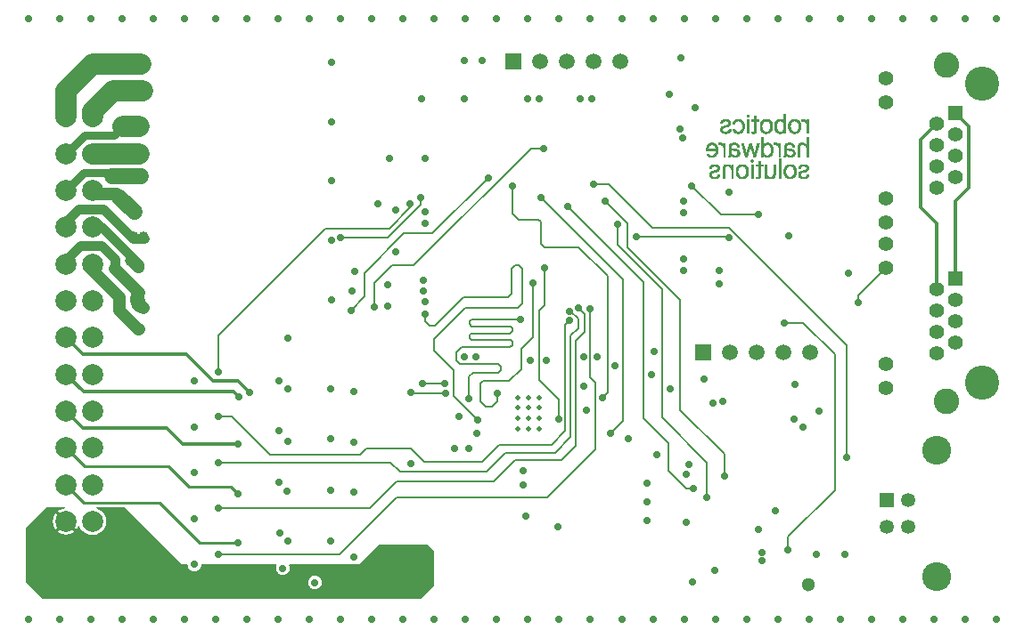
<source format=gbl>
%FSTAX25Y25*%
%MOIN*%
%SFA1B1*%

%IPPOS*%
%ADD48C,0.007870*%
%ADD49C,0.078740*%
%ADD50C,0.031500*%
%ADD51C,0.035430*%
%ADD52C,0.059050*%
%ADD53C,0.047240*%
%ADD55C,0.011810*%
%ADD56C,0.010000*%
%ADD57R,0.059050X0.059050*%
%ADD58C,0.059050*%
%ADD59R,0.053150X0.053150*%
%ADD60C,0.053150*%
%ADD61C,0.108270*%
%ADD62C,0.078740*%
%ADD63C,0.127950*%
%ADD64C,0.095280*%
%ADD65C,0.054690*%
%ADD66R,0.054690X0.054690*%
%ADD67C,0.051180*%
%ADD68C,0.027560*%
%ADD69C,0.019680*%
%ADD70C,0.039370*%
%ADD71C,0.001000*%
%LNrobocontroller-1*%
%LPD*%
G36*
X0062795Y-0209842D02*
X0064963D01*
X0065135Y-0210039*
X0065223Y-0210707*
X0065481Y-021133*
X0065891Y-0211864*
X0066426Y-0212275*
X0067049Y-0212532*
X0067716Y-021262*
X0068385Y-0212532*
X0069007Y-0212275*
X0069542Y-0211864*
X0069952Y-021133*
X007021Y-0210707*
X0070298Y-0210039*
X007047Y-0209842*
X0098322*
X0098507Y-0210236*
X0098294Y-0210749*
X0098206Y-0211417*
X0098294Y-0212085*
X0098552Y-0212708*
X0098962Y-0213243*
X0099497Y-0213653*
X0100119Y-0213911*
X0100787Y-0213999*
X0101455Y-0213911*
X0102078Y-0213653*
X0102612Y-0213243*
X0103023Y-0212708*
X0103281Y-0212085*
X0103368Y-0211417*
X0103281Y-0210749*
X0103068Y-0210236*
X0103253Y-0209842*
X0129331*
X0136614Y-0202559*
X0154921*
X015748Y-0205118*
Y-0217913*
X0152559Y-0222835*
X0010827*
X0004528Y-0216535*
Y-019626*
X0012205Y-0188583*
X0019337*
X0019363Y-0188976*
X00184Y-0189103*
X0017203Y-0189599*
X0016648Y-0190025*
X0020103Y-019348*
X0023558Y-0196935*
X0023984Y-0196379*
X0024287Y-0195648*
X0024713*
X0025057Y-0196479*
X0025877Y-0197548*
X0026946Y-0198368*
X0028192Y-0198884*
X0029528Y-019906*
X0030864Y-0198884*
X0032109Y-0198368*
X0033178Y-0197548*
X0033998Y-0196479*
X0034514Y-0195234*
X003469Y-0193898*
X0034514Y-0192562*
X0033998Y-0191316*
X0033178Y-0190247*
X0032109Y-0189427*
X0031021Y-0188976*
X0031099Y-0188583*
X0041535*
X0062795Y-0209842*
G37*
%LNrobocontroller-2*%
%LPC*%
G36*
X0112795Y-0214198D02*
X0112127Y-0214286D01*
X0111505Y-0214544*
X011097Y-0214954*
X011056Y-0215489*
X0110302Y-0216111*
X0110214Y-0216779*
X0110302Y-0217448*
X011056Y-021807*
X011097Y-0218605*
X0111505Y-0219015*
X0112127Y-0219273*
X0112795Y-0219361*
X0113463Y-0219273*
X0114086Y-0219015*
X011462Y-0218605*
X0115031Y-021807*
X0115288Y-0217448*
X0115376Y-0216779*
X0115288Y-0216111*
X0115031Y-0215489*
X011462Y-0214954*
X0114086Y-0214544*
X0113463Y-0214286*
X0112795Y-0214198*
G37*
G36*
X0015812Y-019086D02*
X0015386Y-0191416D01*
X001489Y-0192613*
X0014721Y-0193898*
X001489Y-0195182*
X0015386Y-0196379*
X0015812Y-0196935*
X001885Y-0193898*
X0015812Y-019086*
G37*
G36*
X0019685Y-0194733D02*
X0016648Y-019777D01*
X0017203Y-0198196*
X00184Y-0198692*
X0019685Y-0198861*
X002097Y-0198692*
X0022167Y-0198196*
X0022722Y-019777*
X0019685Y-0194733*
G37*
%LNrobocontroller-3*%
%LPD*%
G54D48*
X025374Y-006811D02*
X0264567Y-0078937D01*
X027874*
X0316142Y-0109181D02*
X0326362Y-0098961D01*
X0316142Y-0112008D02*
Y-0109181D01*
X0189961Y-0136811D02*
Y-0129134D01*
X0196653Y-0140945D02*
Y-0114961D01*
X0198622Y-0112992*
Y-0098819*
X0076772Y-0206299D02*
X0122047D01*
X0076772Y-0189075D02*
X0133366D01*
X0122047Y-0206299D02*
X0143504Y-0184843D01*
X0199803*
X0217717Y-0166929D02*
Y-0141929D01*
X0199803Y-0184843D02*
X0217717Y-0166929D01*
X0207874Y-0115157D02*
X0208465D01*
X0196653Y-0140945D02*
X0203937Y-0148228D01*
Y-0155709D02*
Y-0148228D01*
X0133366Y-0189075D02*
X0143504Y-0178937D01*
X0179724*
X0153543Y-0171653D02*
X0175197D01*
X0148622Y-0166732D02*
X0153543Y-0171653D01*
X0144685Y-0175394D02*
X0176969D01*
X0141142Y-017185D02*
X0144685Y-0175394D01*
X0076772Y-017185D02*
X0141142D01*
X013189Y-0166732D02*
X0148622D01*
X0129724Y-0168898D02*
X013189Y-0166732D01*
X0095866Y-0168898D02*
X0129724D01*
X0081595Y-0154626D02*
X0095866Y-0168898D01*
X0076772Y-0154626D02*
X0081595D01*
X0179724Y-0178937D02*
X0187795Y-0170866D01*
X0205118*
X0210236Y-0165748*
X0176969Y-0175394D02*
X0184055Y-0168307D01*
X0202559*
X0175197Y-0171653D02*
X0181693Y-0165157D01*
X0201378*
X0206496Y-0160039*
Y-0120155*
X0076772Y-0124213D02*
X0116732Y-0084252D01*
X0152362Y-0075197D02*
Y-0072441D01*
X0122441Y-0087598D02*
X0139961D01*
X0152362Y-0075197*
X0116732Y-0084252D02*
X0140551D01*
X0148425Y-0076378*
Y-0074803*
X0146063Y-0086024D02*
X0156693D01*
X0177559Y-0065158*
X0233071Y-0087402D02*
X0267323D01*
X026752Y-0087598*
X0207283Y-0075984D02*
X023563Y-0104331D01*
X0267717Y-0083858D02*
X0311811Y-0127953D01*
Y-0169882D02*
Y-0127953D01*
X0307283Y-0182087D02*
Y-0131299D01*
X0295472Y-0119488D02*
X0307283Y-0131299D01*
X0288386Y-0119488D02*
X0295472D01*
X0215748Y-0139961D02*
X0217717Y-0141929D01*
X0215748Y-0139961D02*
Y-0114173D01*
X0206496Y-0120155D02*
X020795Y-0118701D01*
X0211417Y-0113976D02*
X0213583Y-0116142D01*
X0208465Y-0115157D02*
X0211221Y-0117913D01*
Y-0121457D02*
Y-0117913D01*
X0213583Y-0123031D02*
Y-0116142D01*
X0208465Y-0124213D02*
X0211221Y-0121457D01*
X0202559Y-0168307D02*
X0208465Y-0162402D01*
Y-0124213*
X0210236Y-0165748D02*
Y-0126378D01*
X0213583Y-0123031*
X0217126Y-006752D02*
X0222638D01*
X0238976Y-0083858*
X0267717*
X0225984Y-0090354D02*
Y-0082677D01*
Y-0090354D02*
X024252Y-010689D01*
X023563Y-0155118D02*
Y-0104331D01*
Y-0155118D02*
X0245079Y-0164567D01*
X024252Y-0154921D02*
Y-010689D01*
Y-0154921D02*
X0259449Y-017185D01*
Y-0184843D02*
Y-017185D01*
X0265945Y-0176969D02*
Y-0168701D01*
X024941Y-0152165D02*
X0265945Y-0168701D01*
X024941Y-0152165D02*
Y-0110827D01*
X0229724Y-0091142D02*
X024941Y-0110827D01*
X0229724Y-0091142D02*
Y-0082087D01*
X0221457Y-0073819D02*
X0229724Y-0082087D01*
X0126181Y-0114764D02*
X0131299Y-0109646D01*
Y-0100787*
X0146063Y-0086024*
X0164567Y-014685D02*
X0173622Y-0155905D01*
X0149213Y-0145866D02*
X0161811D01*
X0148819Y-0145472D02*
X0149213Y-0145866D01*
X0161024Y-0142323D02*
X0161221Y-0142126D01*
X015315Y-0142323D02*
X0161024D01*
X0289764Y-0199606D02*
X0307283Y-0182087D01*
X0289764Y-0204724D02*
Y-0199606D01*
X0223228Y-0161024D02*
X022815Y-0156102D01*
Y-010315*
X0197441Y-0072441D02*
X022815Y-010315D01*
X0170669Y-0118898D02*
X017126Y-0118307D01*
X0189567*
X0170669Y-0120079D02*
Y-0118898D01*
Y-0120079D02*
X0171457Y-0120866D01*
X0186024*
X017126Y-0123425D02*
X0185827D01*
X0186614Y-0122638*
Y-0121457*
X0186024Y-0120866D02*
X0186614Y-0121457D01*
X0171457Y-0125984D02*
X0186024D01*
X0170669Y-0125197D02*
X0171457Y-0125984D01*
X0170669Y-0125197D02*
Y-0124016D01*
X017126Y-0123425*
X0167717Y-0128543D02*
X0185827D01*
X0186614Y-0127756*
Y-0126575*
X0186024Y-0125984D02*
X0186614Y-0126575D01*
X0165748Y-0130512D02*
X0167717Y-0128543D01*
X0165748Y-0133661D02*
Y-0130512D01*
Y-0133661D02*
X0167126Y-0135039D01*
X0181496*
X0182283Y-0135827*
Y-0137402D02*
Y-0135827D01*
X0181496Y-0138189D02*
X0182283Y-0137402D01*
X017185Y-0138189D02*
X0181496D01*
X0170472Y-0139567D02*
X017185Y-0138189D01*
X0170472Y-0148031D02*
Y-0139567D01*
X0189961Y-0129134D02*
X0194291Y-0124803D01*
Y-0104528*
X0175787Y-0141339D02*
X0185433D01*
X0174803Y-0142323D02*
X0175787Y-0141339D01*
X0185433D02*
X0189961Y-0136811D01*
X0178937Y-0150787D02*
X0180905Y-0148819D01*
Y-0145866*
X0174803Y-0148819D02*
Y-0142323D01*
Y-0148819D02*
X0176772Y-0150787D01*
X0178937*
X0168898Y-0113976D02*
X0188779D01*
X0190354Y-0112402*
X0184843Y-0110039D02*
X0186417Y-0108465D01*
X0168307Y-0110039D02*
X0184843D01*
X0164567Y-014685D02*
Y-0137205D01*
X0157283Y-0129921D02*
X0164567Y-0137205D01*
X0157283Y-0129921D02*
Y-0125591D01*
X0168898Y-0113976*
X0189173Y-0098032D02*
X0190354Y-0099213D01*
Y-0112402D02*
Y-0099213D01*
X0186417Y-0108465D02*
Y-0099213D01*
X0187598Y-0098032*
X0189173*
X0157677Y-0120669D02*
X0168307Y-0110039D01*
X0153937Y-0118898D02*
Y-0116339D01*
Y-0118898D02*
X0155709Y-0120669D01*
X0157677*
X0186614Y-0078543D02*
Y-0068307D01*
X0197244Y-0089764D02*
Y-0081693D01*
Y-0089764D02*
X0198622Y-0091142D01*
X0186614Y-0078543D02*
X0188976Y-0080905D01*
X0196457*
X0197244Y-0081693*
X0198622Y-0091142D02*
X0211417D01*
X0220472Y-0147441D02*
X0222244Y-0145669D01*
Y-0101969*
X0211417Y-0091142D02*
X0222244Y-0101969D01*
X0245079Y-0175D02*
Y-0164567D01*
Y-0175D02*
X0251772Y-0181693D01*
X0254331*
X0193701Y-0054134D02*
X0198228D01*
X0149803Y-0098032D02*
X0193701Y-0054134D01*
X0141535Y-0098032D02*
X0149803D01*
X0135039Y-0113583D02*
Y-0104528D01*
X0141535Y-0098032*
X0076772Y-0137795D02*
Y-0124213D01*
G54D49*
X0029528Y-0056102D02*
X004685D01*
X0040945Y-0046063D02*
X004685D01*
X0037421Y-0032461D02*
X0048228D01*
X0029528Y-0022638D02*
X0047835D01*
X0029528Y-0042323D02*
Y-0040354D01*
X0037421Y-0032461*
X0019685Y-0042323D02*
Y-003248D01*
X0029528Y-0022638*
G54D50*
X0026378Y-0063189D02*
X0036417D01*
X0037795Y-0049213D02*
X0040945Y-0046063D01*
X0026575Y-0049213D02*
X0037795D01*
X0019685Y-0069882D02*
X0026378Y-0063189D01*
X0019685Y-0056102D02*
X0026575Y-0049213D01*
G54D51*
X0044685Y-0087795D02*
X0049016D01*
X0033661Y-0076772D02*
X0044685Y-0087795D01*
X0043701Y-0094685D02*
X0046654Y-0097638D01*
X0043701Y-0094291D02*
X0046949Y-0097539D01*
X0019685Y-0095866D02*
X0025Y-0090551D01*
X0019685Y-0097441D02*
Y-0095866D01*
Y-0083661D02*
Y-0081496D01*
X0024409Y-0076772*
X0033661*
X0029528Y-0083661D02*
X0033071D01*
X0043701Y-009626D02*
Y-0094685D01*
Y-0094291*
X0025Y-0090551D02*
X0032874D01*
X0037992Y-0095669*
Y-009941D02*
Y-0095669D01*
X0046949Y-0098917D02*
Y-0097539D01*
X0033071Y-0083661D02*
X0043701Y-0094291D01*
Y-009626D02*
X0045079Y-0097638D01*
X0046654*
X0046358Y-0098917D02*
X0046949D01*
X0045079Y-0097638D02*
X0046358Y-0098917D01*
G54D52*
X0037008Y-0064567D02*
X0047835D01*
X0039764Y-0072441D02*
X0045177Y-0077854D01*
G54D53*
X0029331Y-007126D02*
X0038583D01*
X0046457Y-0109646D02*
X004685Y-0108268D01*
X0037992Y-009941D02*
X004685Y-0108268D01*
X0038583Y-007126D02*
X0039764Y-0072441D01*
X0029528Y-0069882D02*
X0030709Y-0071063D01*
X0029528Y-0099803D02*
Y-0097441D01*
X0046801Y-0111614D02*
X004685Y-0111663D01*
X0046457Y-0109646D02*
X004685Y-0111663D01*
X0046457Y-0109646D02*
X0046801Y-0111614D01*
X0046063Y-0110394D02*
X0046457Y-0109646D01*
X0046063Y-0110394D02*
D01*
Y-0110849D02*
X0046738Y-0113025D01*
X004859Y-0114*
X0029528Y-0099803D02*
X0039723Y-0109999D01*
X0046597Y-012185D02*
X004685D01*
X0039723Y-0114976D02*
Y-0109999D01*
Y-0114976D02*
X0046597Y-012185D01*
X0046063Y-0110849D02*
Y-0110394D01*
Y-0110849D02*
D01*
G54D55*
X0352362Y-0040961D02*
X035748Y-0046079D01*
Y-0068898D02*
Y-0046079D01*
X0352362Y-0074016D02*
X035748Y-0068898D01*
X0352362Y-0102961D02*
Y-0074016D01*
X033937Y-0050953D02*
X0345362Y-0044961D01*
X033937Y-0076378D02*
Y-0050953D01*
Y-0076378D02*
X0345362Y-008237D01*
Y-0106961D02*
Y-008237D01*
X0019685Y-0138779D02*
X0026181Y-0145276D01*
X0019685Y-0125D02*
X0025984Y-0131299D01*
X0064567*
X0074606Y-0141339D02*
X0084055D01*
X0088386Y-0145669*
X0019685Y-0152559D02*
X0025984Y-0158858D01*
X005748*
X0063386Y-0164764*
X0084055*
X0064567Y-0131299D02*
X0074606Y-0141339D01*
X0026181Y-0145276D02*
X008248D01*
X0084449Y-0147244*
G54D56*
X0019685Y-0166339D02*
X0026575Y-0173228D01*
X0057874*
X0065551Y-0180905*
X0081496D02*
X0084055Y-0183465D01*
X0065551Y-0180905D02*
X0081496D01*
X0069685Y-0201969D02*
X0084055D01*
X0054527Y-0186811D02*
X0069685Y-0201969D01*
X0026378Y-0186811D02*
X0054527D01*
X0019685Y-0180118D02*
X0026378Y-0186811D01*
G54D57*
X0186969Y-0021654D03*
X0257953Y-0130512D03*
G54D58*
X0196968Y-0021654D03*
X0206968D03*
X0216968D03*
X0226969D03*
X0267953Y-0130512D03*
X0277953D03*
X0287953D03*
X0297953D03*
G54D59*
X0326811Y-0186008D03*
G54D60*
X0326811Y-019585D03*
X0334685D03*
Y-0186008D03*
G54D61*
X0345354Y-021463D03*
Y-0167228D03*
G54D62*
X0029528Y-0042323D03*
X0019685D03*
Y-0111221D03*
X0029528D03*
Y-0097441D03*
X0019685D03*
Y-0056102D03*
X0029528D03*
X0019685Y-0069882D03*
X0029528D03*
X0019685Y-0083661D03*
X0029528D03*
Y-0152559D03*
X0019685D03*
X0029528Y-0138779D03*
X0019685D03*
X0029528Y-0125D03*
X0019685D03*
Y-0166339D03*
X0029528D03*
Y-0180118D03*
Y-0193898D03*
X0019685Y-0180118D03*
Y-0193898D03*
G54D63*
X0362362Y-0141961D03*
Y-0029961D03*
G54D64*
X0348862Y-0148961D03*
Y-0022961D03*
G54D65*
X0326362Y-0143961D03*
Y-0134961D03*
Y-0098961D03*
Y-0089961D03*
Y-0081961D03*
Y-0072961D03*
Y-0036961D03*
Y-0027961D03*
X0352362Y-0110961D03*
Y-0118961D03*
Y-0126961D03*
X0345362Y-0106961D03*
Y-0114961D03*
Y-0122961D03*
Y-0130961D03*
X0352362Y-0048961D03*
Y-0056961D03*
Y-0064961D03*
X0345362Y-0044961D03*
Y-0052961D03*
Y-0060961D03*
Y-0068961D03*
G54D66*
X0352362Y-0102961D03*
Y-0040961D03*
G54D67*
X0297244Y-0217717D03*
G54D68*
X0300197Y-0206299D03*
X0005512Y-0005709D03*
X026752Y-0087598D03*
X027874Y-0078937D03*
X025374Y-006811D03*
X0166535Y-0154528D03*
X0173425Y-0160846D03*
X021437Y-0152165D03*
X0127362Y-0145276D03*
Y-016437D03*
Y-0182874D03*
Y-0207087D03*
X0237008Y-0193688D03*
X0251772Y-0194291D03*
X0252756Y-0172638D03*
X0251772Y-0176181D03*
X0237008Y-0186614D03*
Y-0179528D03*
X0245669Y-0144095D03*
X0238779Y-0138779D03*
X0230118Y-0162992D03*
X0240551Y-0168898D03*
X014311Y-0092913D03*
X0136221Y-0075D03*
X0127559Y-0100197D03*
X0126772Y-0107726D03*
X0140157Y-0105118D03*
X0140748Y-0057874D03*
X0142913Y-0077362D03*
X0139961Y-0113189D03*
X0175197Y-002126D03*
X0168701D03*
X0290158Y-0086811D03*
X026752Y-0070669D03*
X0017196Y-0005709D03*
X002888D03*
X0040564D03*
X0052248D03*
X0063932D03*
X0075616D03*
X00873D03*
X0098984D03*
X0110668D03*
X0122352D03*
X0134036D03*
X014572D03*
X0157404D03*
X0169088D03*
X0180772D03*
X0192456D03*
X020414D03*
X0215824D03*
X0227508D03*
X0239192D03*
X0250876D03*
X026256D03*
X0274244D03*
X0285928D03*
X0297612D03*
X0309296D03*
X032098D03*
X0332664D03*
X0344348D03*
X0356032D03*
X0367716D03*
Y-0230512D03*
X0356032D03*
X0344348D03*
X0332664D03*
X032098D03*
X0309296D03*
X0297612D03*
X0285928D03*
X0274244D03*
X026256D03*
X0250876D03*
X0239192D03*
X0227508D03*
X0215824D03*
X020414D03*
X0192456D03*
X0180772D03*
X0169088D03*
X0157404D03*
X014572D03*
X0134036D03*
X0122352D03*
X0110668D03*
X0098984D03*
X00873D03*
X0075616D03*
X0063932D03*
X0052248D03*
X0040564D03*
X002888D03*
X0017196D03*
X0005512D03*
X0165157Y-0166732D03*
X0170276D03*
X0280118Y-0205512D03*
Y-0208465D03*
X0311024Y-0206102D03*
X0152756Y-003563D03*
X0250394Y-0050394D03*
X0249213Y-004685D03*
X0245472Y-0034055D03*
X0249606Y-0020276D03*
X0254921Y-0038976D03*
X0316142Y-0112008D03*
X0312402Y-0100787D03*
X0263976Y-0099921D03*
Y-0104921D03*
X027874Y-019685D03*
X0285039Y-0189764D03*
X0301378Y-0152559D03*
X0292323Y-014252D03*
X0292126Y-0155512D03*
X026181Y-0149606D03*
X0258465Y-0140551D03*
X0265354Y-0148819D03*
X0295472Y-0158464D03*
X0262402Y-0212205D03*
X0254134Y-0216535D03*
X0190748Y-0175D03*
Y-0180118D03*
X0191535Y-0191929D03*
X0203543Y-0196063D03*
X0148819Y-0172244D03*
X0153544Y-020766D03*
X0148544D03*
X0143544D03*
X0138544D03*
X0193504Y-0133465D03*
X0199409D03*
X0225Y-013563D03*
X0239567Y-0130315D03*
X0250591Y-0099803D03*
Y-0095472D03*
Y-007815D03*
Y-0073819D03*
X0216339Y-003563D03*
X0212008D03*
X0196654D03*
X0192323D03*
X0168701D03*
X0154134Y-0058071D03*
Y-0077756D03*
Y-0082087D03*
X0153347Y-0107677D03*
Y-010374D03*
X0154134Y-0111614D03*
X0173031Y-0132087D03*
X0067716Y-0141339D03*
Y-0158514D03*
Y-0175689D03*
Y-0192864D03*
X0102756Y-0125197D03*
X009941Y-0141142D03*
X0102756Y-0144095D03*
X0118551D03*
Y-0162992D03*
Y-0182165D03*
Y-0201181D03*
X0067716Y-0210039D03*
X0112795Y-0216779D03*
X0118898Y-011078D03*
Y-0088585D03*
Y-006639D03*
Y-0044195D03*
Y-0022D03*
X0102559Y-0201181D03*
X0099606Y-0198228D03*
X0102362Y-018248D03*
X009941Y-0179134D03*
X0102756Y-0163976D03*
X009941Y-0160039D03*
X0084055Y-0201969D03*
X0088386Y-0145669D03*
X0076772Y-0154626D03*
Y-017185D03*
Y-0189075D03*
Y-0206299D03*
X0084055Y-0164764D03*
Y-0183465D03*
X0100787Y-0211417D03*
X0168701Y-0132087D03*
X0189567Y-0118307D03*
X0170472Y-0148031D03*
X0180905Y-0145866D03*
X0173622Y-0155905D03*
X0153937Y-0116339D03*
X0194291Y-0104528D03*
X0198622Y-0098819D03*
X0211417Y-0113976D03*
X0213386Y-014311D03*
X0220472Y-0147441D03*
X0215748Y-0114173D03*
X0207874Y-0115157D03*
X0203937Y-0155709D03*
X0223228Y-0161024D03*
X0186614Y-0068307D03*
X0197441Y-0072441D03*
X0148425Y-0074803D03*
X0122441Y-0087598D03*
X0152362Y-0072441D03*
X0126181Y-0114764D03*
X0177559Y-0065158D03*
X0233071Y-0087402D03*
X0259449Y-0184843D03*
X0265945Y-0176969D03*
X0254331Y-0181693D03*
X0207283Y-0075984D03*
X0217126Y-006752D03*
X0225984Y-0082677D03*
X0311811Y-0169882D03*
X0288386Y-0119488D03*
X0218307Y-0132087D03*
X0213189Y-0132086D03*
X020795Y-0118701D03*
X0221457Y-0073819D03*
X0135039Y-0113583D03*
X0198228Y-0054134D03*
X015315Y-0142323D03*
X0161221Y-0142126D03*
X0161811Y-0145866D03*
X0148819Y-0145472D03*
X0289764Y-0204724D03*
X0076772Y-0137795D03*
X0084449Y-0147244D03*
G54D69*
X0188779Y-0155315D03*
X0192717D03*
X0196653D03*
X0188779Y-0159252D03*
X0196653D03*
X0192717D03*
X0196653Y-0151378D03*
X0192717D03*
X0188779D03*
X0196653Y-0147441D03*
X0192717D03*
X0188779D03*
G54D70*
X0043898Y-0020669D03*
X0047835D03*
Y-0030512D03*
X0043898D03*
X0047441Y-0044094D03*
X0043504D03*
X004685Y-0054134D03*
X0042913D03*
X0047638Y-0063779D03*
X0043701D03*
X0045276Y-0076575D03*
X0042323Y-0073819D03*
X0048819Y-0087303D03*
X0044882D03*
X0046949Y-0098917D03*
X0043701Y-009626D03*
X0046457Y-0109843D03*
X0047638Y-0113386D03*
X0043701Y-0119095D03*
X004685Y-012185D03*
G54D71*
X0261727Y-0065381D02*
X0262627D01*
X0272127D02*
X0272927D01*
X0277827D02*
X0278527D01*
X0282827D02*
X0283627D01*
X0290027D02*
X0290827D01*
X0295027D02*
X0295927D01*
X0261227Y-0065281D02*
X0263027D01*
X0265227D02*
X0265927D01*
X0268527D02*
X0269127D01*
X0271627D02*
X0273327D01*
X0275927D02*
X0276527D01*
X0277527D02*
X0278827D01*
X0281027D02*
X0281627D01*
X0282327D02*
X0284027D01*
X0286327D02*
X0286927D01*
X0289527D02*
X0291227D01*
X0294527D02*
X0296327D01*
X0261027Y-0065181D02*
X0263327D01*
X0265227D02*
X0265927D01*
X0268527D02*
X0269127D01*
X0271427D02*
X0273527D01*
X0275927D02*
X0276527D01*
X0277527D02*
X0279027D01*
X0281027D02*
X0281627D01*
X0282127D02*
X0284227D01*
X0286327D02*
X0286927D01*
X0289327D02*
X0291427D01*
X0294327D02*
X0296627D01*
X0260827Y-0065081D02*
X0263427D01*
X0265227D02*
X0265927D01*
X0268527D02*
X0269127D01*
X0271227D02*
X0273727D01*
X0275927D02*
X0276527D01*
X0277627D02*
X0279127D01*
X0281027D02*
X0281627D01*
X0281927D02*
X0284327D01*
X0286327D02*
X0286927D01*
X0289127D02*
X0291627D01*
X0294127D02*
X0296727D01*
X0260727Y-0064981D02*
X0263627D01*
X0265227D02*
X0265927D01*
X0268527D02*
X0269127D01*
X0271127D02*
X0273827D01*
X0275927D02*
X0276527D01*
X0277627D02*
X0279127D01*
X0281027D02*
X0281627D01*
X0281827D02*
X0284427D01*
X0286327D02*
X0286927D01*
X0289027D02*
X0291727D01*
X0294027D02*
X0296927D01*
X0260627Y-0064881D02*
X0263727D01*
X0265227D02*
X0265927D01*
X0268527D02*
X0269127D01*
X0271027D02*
X0273927D01*
X0275927D02*
X0276527D01*
X0277627D02*
X0279227D01*
X0281027D02*
X0281627D01*
X0281727D02*
X0284527D01*
X0286327D02*
X0286927D01*
X0288927D02*
X0291927D01*
X0293927D02*
X0297027D01*
X0260527Y-0064781D02*
X0261727D01*
X0262627D02*
X0263827D01*
X0265227D02*
X0265927D01*
X0268527D02*
X0269127D01*
X0270927D02*
X0272127D01*
X0272827D02*
X0274127D01*
X0275927D02*
X0276527D01*
X0277627D02*
X0277727D01*
X0278327D02*
X0279227D01*
X0281027D02*
X0282727D01*
X0283427D02*
X0284627D01*
X0286327D02*
X0286927D01*
X0288827D02*
X0290027D01*
X0290727D02*
X0292027D01*
X0293827D02*
X0295027D01*
X0295927D02*
X0297127D01*
X0260427Y-0064681D02*
X0261427D01*
X0262927D02*
X0263927D01*
X0265227D02*
X0265927D01*
X0268527D02*
X0269127D01*
X0270827D02*
X0271827D01*
X0273127D02*
X0274127D01*
X0275927D02*
X0276527D01*
X0278527D02*
X0279327D01*
X0281027D02*
X0282427D01*
X0283727D02*
X0284627D01*
X0286327D02*
X0286927D01*
X0288727D02*
X0289727D01*
X0291027D02*
X0292027D01*
X0293727D02*
X0294727D01*
X0296227D02*
X0297227D01*
X0260327Y-0064581D02*
X0261227D01*
X0263027D02*
X0263927D01*
X0265227D02*
X0265927D01*
X0268527D02*
X0269127D01*
X0270727D02*
X0271627D01*
X0273327D02*
X0274227D01*
X0275927D02*
X0276527D01*
X0278627D02*
X0279327D01*
X0281027D02*
X0282227D01*
X0283827D02*
X0284727D01*
X0286327D02*
X0286927D01*
X0288627D02*
X0289527D01*
X0291227D02*
X0292127D01*
X0293627D02*
X0294527D01*
X0296327D02*
X0297227D01*
X0260327Y-0064481D02*
X0261127D01*
X0263227D02*
X0264027D01*
X0265227D02*
X0265927D01*
X0268527D02*
X0269127D01*
X0270627D02*
X0271527D01*
X0273427D02*
X0274327D01*
X0275927D02*
X0276527D01*
X0278627D02*
X0279327D01*
X0281027D02*
X0282127D01*
X0283927D02*
X0284727D01*
X0286327D02*
X0286927D01*
X0288527D02*
X0289427D01*
X0291327D02*
X0292227D01*
X0293627D02*
X0294427D01*
X0296527D02*
X0297327D01*
X0260327Y-0064381D02*
X0261027D01*
X0263327D02*
X0264027D01*
X0265227D02*
X0265927D01*
X0268527D02*
X0269127D01*
X0270527D02*
X0271427D01*
X0273527D02*
X0274427D01*
X0275927D02*
X0276527D01*
X0278627D02*
X0279327D01*
X0281027D02*
X0282027D01*
X0284027D02*
X0284827D01*
X0286327D02*
X0286927D01*
X0288427D02*
X0289327D01*
X0291427D02*
X0292327D01*
X0293627D02*
X0294327D01*
X0296627D02*
X0297327D01*
X0260227Y-0064281D02*
X0260927D01*
X0263327D02*
X0264127D01*
X0265227D02*
X0265927D01*
X0268527D02*
X0269127D01*
X0270527D02*
X0271327D01*
X0273627D02*
X0274427D01*
X0275927D02*
X0276527D01*
X0278727D02*
X0279327D01*
X0281027D02*
X0281927D01*
X0284127D02*
X0284827D01*
X0286327D02*
X0286927D01*
X0288427D02*
X0289227D01*
X0291527D02*
X0292327D01*
X0293527D02*
X0294227D01*
X0296627D02*
X0297427D01*
X0260227Y-0064181D02*
X0260927D01*
X0263427D02*
X0264127D01*
X0265227D02*
X0265927D01*
X0268527D02*
X0269127D01*
X0270427D02*
X0271227D01*
X0273727D02*
X0274527D01*
X0275927D02*
X0276527D01*
X0278727D02*
X0279327D01*
X0281027D02*
X0281827D01*
X0284127D02*
X0284827D01*
X0286327D02*
X0286927D01*
X0288327D02*
X0289127D01*
X0291627D02*
X0292427D01*
X0293527D02*
X0294227D01*
X0296727D02*
X0297427D01*
X0260227Y-0064081D02*
X0260927D01*
X0263427D02*
X0264127D01*
X0265227D02*
X0265927D01*
X0268527D02*
X0269127D01*
X0270427D02*
X0271227D01*
X0273827D02*
X0274527D01*
X0275927D02*
X0276527D01*
X0278727D02*
X0279327D01*
X0281027D02*
X0281827D01*
X0284127D02*
X0284927D01*
X0286327D02*
X0286927D01*
X0288327D02*
X0289127D01*
X0291727D02*
X0292427D01*
X0293527D02*
X0294227D01*
X0296727D02*
X0297427D01*
X0260227Y-0063981D02*
X0260927D01*
X0263427D02*
X0264127D01*
X0265227D02*
X0265927D01*
X0268527D02*
X0269127D01*
X0270427D02*
X0271127D01*
X0273827D02*
X0274627D01*
X0275927D02*
X0276527D01*
X0278727D02*
X0279327D01*
X0281027D02*
X0281727D01*
X0284227D02*
X0284927D01*
X0286327D02*
X0286927D01*
X0288327D02*
X0289027D01*
X0291727D02*
X0292527D01*
X0293527D02*
X0294227D01*
X0296727D02*
X0297427D01*
X0260227Y-0063881D02*
X0260927D01*
X0263527D02*
X0264127D01*
X0265227D02*
X0265927D01*
X0268527D02*
X0269127D01*
X0270327D02*
X0271027D01*
X0273927D02*
X0274627D01*
X0275927D02*
X0276527D01*
X0278727D02*
X0279327D01*
X0281027D02*
X0281727D01*
X0284227D02*
X0284927D01*
X0286327D02*
X0286927D01*
X0288227D02*
X0288927D01*
X0291827D02*
X0292527D01*
X0293527D02*
X0294227D01*
X0296827D02*
X0297427D01*
X0260227Y-0063781D02*
X0260927D01*
X0265227D02*
X0265927D01*
X0268527D02*
X0269127D01*
X0270327D02*
X0271027D01*
X0273927D02*
X0274627D01*
X0275927D02*
X0276527D01*
X0278727D02*
X0279327D01*
X0281027D02*
X0281627D01*
X0284227D02*
X0284927D01*
X0286327D02*
X0286927D01*
X0288227D02*
X0288927D01*
X0291827D02*
X0292527D01*
X0293527D02*
X0294227D01*
X0260227Y-0063681D02*
X0260927D01*
X0265227D02*
X0265927D01*
X0268527D02*
X0269127D01*
X0270327D02*
X0271027D01*
X0273927D02*
X0274727D01*
X0275927D02*
X0276527D01*
X0278727D02*
X0279327D01*
X0281027D02*
X0281627D01*
X0284227D02*
X0284927D01*
X0286327D02*
X0286927D01*
X0288227D02*
X0288927D01*
X0291927D02*
X0292627D01*
X0293527D02*
X0294227D01*
X0260227Y-0063581D02*
X0261027D01*
X0265227D02*
X0265927D01*
X0268527D02*
X0269127D01*
X0270227D02*
X0270927D01*
X0274027D02*
X0274727D01*
X0275927D02*
X0276527D01*
X0278727D02*
X0279327D01*
X0281027D02*
X0281627D01*
X0284227D02*
X0284927D01*
X0286327D02*
X0286927D01*
X0288127D02*
X0288827D01*
X0291927D02*
X0292627D01*
X0293527D02*
X0294327D01*
X0260327Y-0063481D02*
X0261127D01*
X0265227D02*
X0265927D01*
X0268527D02*
X0269127D01*
X0270227D02*
X0270927D01*
X0274027D02*
X0274727D01*
X0275927D02*
X0276527D01*
X0278727D02*
X0279327D01*
X0281027D02*
X0281627D01*
X0284227D02*
X0284927D01*
X0286327D02*
X0286927D01*
X0288127D02*
X0288827D01*
X0291927D02*
X0292627D01*
X0293627D02*
X0294427D01*
X0260327Y-0063381D02*
X0261227D01*
X0265227D02*
X0265927D01*
X0268527D02*
X0269127D01*
X0270227D02*
X0270927D01*
X0274027D02*
X0274727D01*
X0275927D02*
X0276527D01*
X0278727D02*
X0279327D01*
X0281027D02*
X0281627D01*
X0284227D02*
X0284927D01*
X0286327D02*
X0286927D01*
X0288127D02*
X0288827D01*
X0291927D02*
X0292627D01*
X0293627D02*
X0294527D01*
X0260427Y-0063281D02*
X0261327D01*
X0265227D02*
X0265927D01*
X0268527D02*
X0269127D01*
X0270227D02*
X0270927D01*
X0274127D02*
X0274727D01*
X0275927D02*
X0276527D01*
X0278727D02*
X0279327D01*
X0281027D02*
X0281627D01*
X0284227D02*
X0284927D01*
X0286327D02*
X0286927D01*
X0288127D02*
X0288827D01*
X0292027D02*
X0292627D01*
X0293727D02*
X0294627D01*
X0260427Y-0063181D02*
X0261527D01*
X0265227D02*
X0265927D01*
X0268527D02*
X0269127D01*
X0270227D02*
X0270827D01*
X0274127D02*
X0274727D01*
X0275927D02*
X0276527D01*
X0278727D02*
X0279327D01*
X0281027D02*
X0281627D01*
X0284227D02*
X0284927D01*
X0286327D02*
X0286927D01*
X0288127D02*
X0288727D01*
X0292027D02*
X0292627D01*
X0293727D02*
X0294827D01*
X0260527Y-0063081D02*
X0261827D01*
X0265227D02*
X0265927D01*
X0268527D02*
X0269127D01*
X0270227D02*
X0270827D01*
X0274127D02*
X0274727D01*
X0275927D02*
X0276527D01*
X0278727D02*
X0279327D01*
X0281027D02*
X0281627D01*
X0284227D02*
X0284927D01*
X0286327D02*
X0286927D01*
X0288127D02*
X0288727D01*
X0292027D02*
X0292627D01*
X0293827D02*
X0295127D01*
X0260627Y-0062981D02*
X0262227D01*
X0265227D02*
X0265927D01*
X0268527D02*
X0269127D01*
X0270227D02*
X0270827D01*
X0274127D02*
X0274827D01*
X0275927D02*
X0276527D01*
X0278727D02*
X0279327D01*
X0281027D02*
X0281627D01*
X0284227D02*
X0284927D01*
X0286327D02*
X0286927D01*
X0288127D02*
X0288727D01*
X0292027D02*
X0292727D01*
X0293927D02*
X0295527D01*
X0260727Y-0062881D02*
X0262627D01*
X0265227D02*
X0265927D01*
X0268527D02*
X0269127D01*
X0270227D02*
X0270827D01*
X0274127D02*
X0274827D01*
X0275927D02*
X0276527D01*
X0278727D02*
X0279327D01*
X0281027D02*
X0281627D01*
X0284227D02*
X0284927D01*
X0286327D02*
X0286927D01*
X0288127D02*
X0288727D01*
X0292027D02*
X0292727D01*
X0294027D02*
X0295927D01*
X0260927Y-0062781D02*
X0262927D01*
X0265227D02*
X0265927D01*
X0268527D02*
X0269127D01*
X0270227D02*
X0270827D01*
X0274127D02*
X0274827D01*
X0275927D02*
X0276527D01*
X0278727D02*
X0279327D01*
X0281027D02*
X0281627D01*
X0284227D02*
X0284927D01*
X0286327D02*
X0286927D01*
X0288127D02*
X0288727D01*
X0292027D02*
X0292727D01*
X0294227D02*
X0296227D01*
X0261127Y-0062681D02*
X0263227D01*
X0265227D02*
X0265927D01*
X0268527D02*
X0269127D01*
X0270227D02*
X0270827D01*
X0274127D02*
X0274827D01*
X0275927D02*
X0276527D01*
X0278727D02*
X0279327D01*
X0281027D02*
X0281627D01*
X0284227D02*
X0284927D01*
X0286327D02*
X0286927D01*
X0288127D02*
X0288727D01*
X0292027D02*
X0292727D01*
X0294427D02*
X0296527D01*
X0261427Y-0062581D02*
X0263427D01*
X0265227D02*
X0265927D01*
X0268527D02*
X0269127D01*
X0270227D02*
X0270827D01*
X0274127D02*
X0274827D01*
X0275927D02*
X0276527D01*
X0278727D02*
X0279327D01*
X0281027D02*
X0281627D01*
X0284227D02*
X0284927D01*
X0286327D02*
X0286927D01*
X0288127D02*
X0288727D01*
X0292027D02*
X0292727D01*
X0294727D02*
X0296727D01*
X0261727Y-0062481D02*
X0263527D01*
X0265227D02*
X0265927D01*
X0268527D02*
X0269127D01*
X0270227D02*
X0270827D01*
X0274127D02*
X0274827D01*
X0275927D02*
X0276527D01*
X0278727D02*
X0279327D01*
X0281027D02*
X0281627D01*
X0284227D02*
X0284927D01*
X0286327D02*
X0286927D01*
X0288127D02*
X0288727D01*
X0292027D02*
X0292727D01*
X0295027D02*
X0296827D01*
X0262127Y-0062381D02*
X0263627D01*
X0265227D02*
X0265927D01*
X0268527D02*
X0269127D01*
X0270227D02*
X0270827D01*
X0274127D02*
X0274727D01*
X0275927D02*
X0276527D01*
X0278727D02*
X0279327D01*
X0281027D02*
X0281627D01*
X0284227D02*
X0284927D01*
X0286327D02*
X0286927D01*
X0288127D02*
X0288727D01*
X0292027D02*
X0292627D01*
X0295427D02*
X0296927D01*
X0262527Y-0062281D02*
X0263727D01*
X0265227D02*
X0265927D01*
X0268527D02*
X0269127D01*
X0270227D02*
X0270827D01*
X0274127D02*
X0274727D01*
X0275927D02*
X0276527D01*
X0278727D02*
X0279327D01*
X0281027D02*
X0281627D01*
X0284227D02*
X0284927D01*
X0286327D02*
X0286927D01*
X0288127D02*
X0288727D01*
X0292027D02*
X0292627D01*
X0295827D02*
X0297027D01*
X0262727Y-0062181D02*
X0263827D01*
X0265227D02*
X0265927D01*
X0268527D02*
X0269127D01*
X0270227D02*
X0270927D01*
X0274027D02*
X0274727D01*
X0275927D02*
X0276527D01*
X0278727D02*
X0279327D01*
X0281027D02*
X0281627D01*
X0284227D02*
X0284927D01*
X0286327D02*
X0286927D01*
X0288127D02*
X0288827D01*
X0291927D02*
X0292627D01*
X0296027D02*
X0297127D01*
X0262927Y-0062081D02*
X0263927D01*
X0265227D02*
X0265927D01*
X0268527D02*
X0269127D01*
X0270227D02*
X0270927D01*
X0274027D02*
X0274727D01*
X0275927D02*
X0276527D01*
X0278727D02*
X0279327D01*
X0281027D02*
X0281627D01*
X0284227D02*
X0284927D01*
X0286327D02*
X0286927D01*
X0288127D02*
X0288827D01*
X0291927D02*
X0292627D01*
X0296227D02*
X0297227D01*
X0263127Y-0061981D02*
X0263927D01*
X0265227D02*
X0265927D01*
X0268527D02*
X0269127D01*
X0270227D02*
X0270927D01*
X0274027D02*
X0274727D01*
X0275927D02*
X0276527D01*
X0278727D02*
X0279327D01*
X0281027D02*
X0281627D01*
X0284227D02*
X0284927D01*
X0286327D02*
X0286927D01*
X0288127D02*
X0288827D01*
X0291927D02*
X0292627D01*
X0296427D02*
X0297227D01*
X0263227Y-0061881D02*
X0263927D01*
X0265227D02*
X0265927D01*
X0268527D02*
X0269127D01*
X0270227D02*
X0270927D01*
X0274027D02*
X0274727D01*
X0275927D02*
X0276527D01*
X0278727D02*
X0279327D01*
X0281027D02*
X0281627D01*
X0284227D02*
X0284927D01*
X0286327D02*
X0286927D01*
X0288127D02*
X0288827D01*
X0291927D02*
X0292627D01*
X0296527D02*
X0297227D01*
X0263227Y-0061781D02*
X0263927D01*
X0265227D02*
X0265927D01*
X0268427D02*
X0269127D01*
X0270327D02*
X0271027D01*
X0273927D02*
X0274627D01*
X0275927D02*
X0276527D01*
X0278727D02*
X0279327D01*
X0281027D02*
X0281627D01*
X0284227D02*
X0284927D01*
X0286327D02*
X0286927D01*
X0288227D02*
X0288927D01*
X0291827D02*
X0292627D01*
X0296527D02*
X0297227D01*
X0260227Y-0061681D02*
X0260927D01*
X0263327D02*
X0264027D01*
X0265227D02*
X0265927D01*
X0268427D02*
X0269127D01*
X0270327D02*
X0271027D01*
X0273927D02*
X0274627D01*
X0275927D02*
X0276527D01*
X0278727D02*
X0279327D01*
X0281027D02*
X0281627D01*
X0284227D02*
X0284927D01*
X0286327D02*
X0286927D01*
X0288227D02*
X0288927D01*
X0291827D02*
X0292527D01*
X0293527D02*
X0294227D01*
X0296627D02*
X0297327D01*
X0260227Y-0061581D02*
X0260927D01*
X0263327D02*
X0264027D01*
X0265227D02*
X0265927D01*
X0268327D02*
X0269127D01*
X0270327D02*
X0271127D01*
X0273827D02*
X0274627D01*
X0275927D02*
X0276527D01*
X0278727D02*
X0279327D01*
X0281027D02*
X0281627D01*
X0284227D02*
X0284927D01*
X0286327D02*
X0286927D01*
X0288227D02*
X0289027D01*
X0291727D02*
X0292527D01*
X0293527D02*
X0294227D01*
X0296627D02*
X0297327D01*
X0260227Y-0061481D02*
X0260927D01*
X0263327D02*
X0264027D01*
X0265227D02*
X0265927D01*
X0268327D02*
X0269127D01*
X0270427D02*
X0271127D01*
X0273827D02*
X0274527D01*
X0275927D02*
X0276527D01*
X0278727D02*
X0279327D01*
X0281027D02*
X0281627D01*
X0284227D02*
X0284927D01*
X0286327D02*
X0286927D01*
X0288327D02*
X0289027D01*
X0291727D02*
X0292427D01*
X0293527D02*
X0294227D01*
X0296627D02*
X0297327D01*
X0260227Y-0061381D02*
X0260927D01*
X0263327D02*
X0264027D01*
X0265327D02*
X0266027D01*
X0268227D02*
X0269127D01*
X0270427D02*
X0271227D01*
X0273727D02*
X0274527D01*
X0275927D02*
X0276527D01*
X0278727D02*
X0279327D01*
X0281027D02*
X0281627D01*
X0284227D02*
X0284927D01*
X0286327D02*
X0286927D01*
X0288327D02*
X0289127D01*
X0291627D02*
X0292427D01*
X0293527D02*
X0294227D01*
X0296627D02*
X0297327D01*
X0260327Y-0061281D02*
X0261027D01*
X0263327D02*
X0264027D01*
X0265327D02*
X0266027D01*
X0268127D02*
X0269127D01*
X0270527D02*
X0271327D01*
X0273727D02*
X0274527D01*
X0275927D02*
X0276527D01*
X0278727D02*
X0279327D01*
X0281027D02*
X0281627D01*
X0284227D02*
X0284927D01*
X0286327D02*
X0286927D01*
X0288427D02*
X0289227D01*
X0291627D02*
X0292427D01*
X0293627D02*
X0294327D01*
X0296627D02*
X0297327D01*
X0260327Y-0061181D02*
X0261027D01*
X0263227D02*
X0263927D01*
X0265327D02*
X0266027D01*
X0268127D02*
X0269127D01*
X0270527D02*
X0271327D01*
X0273627D02*
X0274427D01*
X0275927D02*
X0276527D01*
X0278727D02*
X0279327D01*
X0281027D02*
X0281627D01*
X0284227D02*
X0284927D01*
X0286327D02*
X0286927D01*
X0288427D02*
X0289227D01*
X0291527D02*
X0292327D01*
X0293627D02*
X0294327D01*
X0296527D02*
X0297227D01*
X0260327Y-0061081D02*
X0261127D01*
X0263227D02*
X0263927D01*
X0265327D02*
X0266127D01*
X0268027D02*
X0269127D01*
X0270627D02*
X0271427D01*
X0273527D02*
X0274327D01*
X0275927D02*
X0276527D01*
X0278727D02*
X0279327D01*
X0281027D02*
X0281627D01*
X0284227D02*
X0284927D01*
X0286327D02*
X0286927D01*
X0288527D02*
X0289327D01*
X0291427D02*
X0292227D01*
X0293627D02*
X0294427D01*
X0296527D02*
X0297227D01*
X0260427Y-0060981D02*
X0261227D01*
X0263127D02*
X0263927D01*
X0265427D02*
X0266227D01*
X0267927D02*
X0269127D01*
X0270627D02*
X0271527D01*
X0273427D02*
X0274327D01*
X0275927D02*
X0276527D01*
X0278727D02*
X0279327D01*
X0281027D02*
X0281627D01*
X0284227D02*
X0284927D01*
X0286327D02*
X0286927D01*
X0288527D02*
X0289427D01*
X0291327D02*
X0292227D01*
X0293727D02*
X0294527D01*
X0296427D02*
X0297227D01*
X0260427Y-0060881D02*
X0261427D01*
X0262927D02*
X0263827D01*
X0265427D02*
X0266327D01*
X0267727D02*
X0269127D01*
X0270727D02*
X0271727D01*
X0273227D02*
X0274227D01*
X0275927D02*
X0276527D01*
X0278727D02*
X0279327D01*
X0281027D02*
X0281627D01*
X0284227D02*
X0284927D01*
X0286327D02*
X0286927D01*
X0288627D02*
X0289627D01*
X0291127D02*
X0292127D01*
X0293727D02*
X0294727D01*
X0296227D02*
X0297127D01*
X0260527Y-0060781D02*
X0261527D01*
X0262827D02*
X0263827D01*
X0265427D02*
X0266427D01*
X0267527D02*
X0268427D01*
X0268527D02*
X0269127D01*
X0270827D02*
X0271927D01*
X0273027D02*
X0274127D01*
X0275927D02*
X0276527D01*
X0278727D02*
X0279327D01*
X0281027D02*
X0281627D01*
X0284227D02*
X0284927D01*
X0286327D02*
X0286927D01*
X0288727D02*
X0289827D01*
X0290927D02*
X0292027D01*
X0293827D02*
X0294827D01*
X0296127D02*
X0297127D01*
X0260627Y-0060681D02*
X0261927D01*
X0262427D02*
X0263727D01*
X0265527D02*
X0266827D01*
X0267227D02*
X0268327D01*
X0268527D02*
X0269127D01*
X0270927D02*
X0272227D01*
X0272727D02*
X0274027D01*
X0275927D02*
X0276527D01*
X0277627D02*
X0280327D01*
X0281027D02*
X0281627D01*
X0284227D02*
X0284927D01*
X0286327D02*
X0286927D01*
X0288827D02*
X0290127D01*
X0290627D02*
X0291927D01*
X0293927D02*
X0295227D01*
X0295727D02*
X0297027D01*
X0260627Y-0060581D02*
X0263627D01*
X0265627D02*
X0268227D01*
X0268527D02*
X0269127D01*
X0271027D02*
X0273927D01*
X0275927D02*
X0276527D01*
X0277627D02*
X0280327D01*
X0281027D02*
X0281627D01*
X0284227D02*
X0284927D01*
X0286327D02*
X0286927D01*
X0288927D02*
X0291827D01*
X0293927D02*
X0296927D01*
X0260827Y-0060481D02*
X0263527D01*
X0265727D02*
X0268127D01*
X0268527D02*
X0269127D01*
X0271127D02*
X0273827D01*
X0275927D02*
X0276527D01*
X0277627D02*
X0280327D01*
X0281027D02*
X0281627D01*
X0284227D02*
X0284927D01*
X0286327D02*
X0286927D01*
X0289027D02*
X0291727D01*
X0294127D02*
X0296827D01*
X0260927Y-0060381D02*
X0263327D01*
X0265827D02*
X0267927D01*
X0268527D02*
X0269127D01*
X0271327D02*
X0273627D01*
X0275927D02*
X0276527D01*
X0277627D02*
X0280327D01*
X0281027D02*
X0281627D01*
X0284227D02*
X0284927D01*
X0286327D02*
X0286927D01*
X0289227D02*
X0291527D01*
X0294227D02*
X0296627D01*
X0261127Y-0060281D02*
X0263227D01*
X0265927D02*
X0267827D01*
X0268527D02*
X0269127D01*
X0271527D02*
X0273427D01*
X0275927D02*
X0276527D01*
X0277627D02*
X0280327D01*
X0281027D02*
X0281627D01*
X0284227D02*
X0284927D01*
X0286327D02*
X0286927D01*
X0289427D02*
X0291327D01*
X0294427D02*
X0296527D01*
X0261427Y-0060181D02*
X0262927D01*
X0266227D02*
X0267527D01*
X0268527D02*
X0269127D01*
X0271727D02*
X0273227D01*
X0275927D02*
X0276527D01*
X0277627D02*
X0280327D01*
X0281027D02*
X0281627D01*
X0284227D02*
X0284927D01*
X0286327D02*
X0286927D01*
X0289627D02*
X0291127D01*
X0294727D02*
X0296227D01*
X0278727Y-0060081D02*
X0279327D01*
X0286327D02*
X0286927D01*
X0278727Y-0059981D02*
X0279327D01*
X0286327D02*
X0286927D01*
X0278727Y-0059881D02*
X0279327D01*
X0286327D02*
X0286927D01*
X0278727Y-0059781D02*
X0279327D01*
X0286327D02*
X0286927D01*
X0278727Y-0059681D02*
X0279327D01*
X0286327D02*
X0286927D01*
X0278727Y-0059581D02*
X0279327D01*
X0286327D02*
X0286927D01*
X0278727Y-0059481D02*
X0279327D01*
X0286327D02*
X0286927D01*
X0278727Y-0059381D02*
X0279327D01*
X0286327D02*
X0286927D01*
X0278727Y-0059281D02*
X0279327D01*
X0286327D02*
X0286927D01*
X0276027Y-0059181D02*
X0276327D01*
X0278727D02*
X0279327D01*
X0286327D02*
X0286927D01*
X0275827Y-0059081D02*
X0276527D01*
X0278727D02*
X0279327D01*
X0286327D02*
X0286927D01*
X0275827Y-0058981D02*
X0276627D01*
X0278727D02*
X0279327D01*
X0286327D02*
X0286927D01*
X0275827Y-0058881D02*
X0276627D01*
X0286327D02*
X0286927D01*
X0275727Y-0058781D02*
X0276627D01*
X0286327D02*
X0286927D01*
X0275727Y-0058681D02*
X0276627D01*
X0286327D02*
X0286927D01*
X0275827Y-0058581D02*
X0276627D01*
X0286327D02*
X0286927D01*
X0275827Y-0058481D02*
X0276527D01*
X0286327D02*
X0286927D01*
X0276027Y-0058381D02*
X0276427D01*
X0286327D02*
X0286927D01*
X0286327Y-0058281D02*
X0286927D01*
X0286327Y-0058181D02*
X0286927D01*
X0286327Y-0058081D02*
X0286927D01*
X0260327Y-0057281D02*
X0261727D01*
X0269227D02*
X0270527D01*
X0281327D02*
X0282627D01*
X0289927D02*
X0291227D01*
X0260027Y-0057181D02*
X0262027D01*
X0265527D02*
X0266127D01*
X0267427D02*
X0268127D01*
X0268927D02*
X0270727D01*
X0273627D02*
X0274327D01*
X0276827D02*
X0277427D01*
X0279827D02*
X0280427D01*
X0281027D02*
X0282827D01*
X0286227D02*
X0286827D01*
X0288127D02*
X0288827D01*
X0289627D02*
X0291427D01*
X0293327D02*
X0293927D01*
X0296527D02*
X0297227D01*
X0259827Y-0057081D02*
X0262227D01*
X0265527D02*
X0266127D01*
X0267427D02*
X0268127D01*
X0268727D02*
X0270927D01*
X0273627D02*
X0274327D01*
X0276827D02*
X0277527D01*
X0279827D02*
X0280427D01*
X0280827D02*
X0283027D01*
X0286227D02*
X0286827D01*
X0288127D02*
X0288827D01*
X0289427D02*
X0291627D01*
X0293327D02*
X0293927D01*
X0296527D02*
X0297227D01*
X0259727Y-0056981D02*
X0262327D01*
X0265527D02*
X0266127D01*
X0267427D02*
X0268127D01*
X0268527D02*
X0271027D01*
X0273627D02*
X0274327D01*
X0276727D02*
X0277527D01*
X0279827D02*
X0280427D01*
X0280727D02*
X0283127D01*
X0286227D02*
X0286827D01*
X0288127D02*
X0288827D01*
X0289227D02*
X0291727D01*
X0293327D02*
X0293927D01*
X0296527D02*
X0297227D01*
X0259627Y-0056881D02*
X0262527D01*
X0265527D02*
X0266127D01*
X0267427D02*
X0268127D01*
X0268427D02*
X0271127D01*
X0273627D02*
X0274427D01*
X0276727D02*
X0277527D01*
X0279827D02*
X0280427D01*
X0280627D02*
X0283227D01*
X0286227D02*
X0286827D01*
X0288127D02*
X0288827D01*
X0289127D02*
X0291827D01*
X0293327D02*
X0293927D01*
X0296527D02*
X0297227D01*
X0259527Y-0056781D02*
X0260927D01*
X0261127D02*
X0262627D01*
X0265527D02*
X0266127D01*
X0267527D02*
X0268227D01*
X0268327D02*
X0271227D01*
X0273527D02*
X0274427D01*
X0276727D02*
X0277527D01*
X0279827D02*
X0280427D01*
X0280527D02*
X0283327D01*
X0286227D02*
X0286827D01*
X0288227D02*
X0288927D01*
X0289027D02*
X0291927D01*
X0293327D02*
X0293927D01*
X0296527D02*
X0297227D01*
X0259427Y-0056681D02*
X0260427D01*
X0261627D02*
X0262727D01*
X0265527D02*
X0266127D01*
X0267527D02*
X0269227D01*
X0270227D02*
X0271327D01*
X0273527D02*
X0274427D01*
X0276627D02*
X0277627D01*
X0279827D02*
X0281327D01*
X0282327D02*
X0283427D01*
X0286227D02*
X0286827D01*
X0288227D02*
X0289927D01*
X0290927D02*
X0292027D01*
X0293327D02*
X0293927D01*
X0296527D02*
X0297227D01*
X0259327Y-0056581D02*
X0260227D01*
X0261827D02*
X0262827D01*
X0265527D02*
X0266127D01*
X0267527D02*
X0269027D01*
X0270427D02*
X0271427D01*
X0273527D02*
X0274527D01*
X0276627D02*
X0277627D01*
X0279827D02*
X0281127D01*
X0282527D02*
X0283527D01*
X0286227D02*
X0286827D01*
X0288227D02*
X0289727D01*
X0291127D02*
X0292127D01*
X0293327D02*
X0293927D01*
X0296527D02*
X0297227D01*
X0259227Y-0056481D02*
X0260027D01*
X0261927D02*
X0262827D01*
X0265527D02*
X0266127D01*
X0267527D02*
X0268827D01*
X0270527D02*
X0271427D01*
X0273427D02*
X0274527D01*
X0276627D02*
X0277627D01*
X0279827D02*
X0280927D01*
X0282727D02*
X0283527D01*
X0286227D02*
X0286827D01*
X0288227D02*
X0289527D01*
X0291227D02*
X0292127D01*
X0293327D02*
X0293927D01*
X0296527D02*
X0297227D01*
X0259227Y-0056381D02*
X0259927D01*
X0262027D02*
X0262927D01*
X0265527D02*
X0266127D01*
X0267527D02*
X0268727D01*
X0270627D02*
X0271427D01*
X0273427D02*
X0274527D01*
X0276527D02*
X0277727D01*
X0279827D02*
X0280827D01*
X0282827D02*
X0283627D01*
X0286227D02*
X0286827D01*
X0288227D02*
X0289427D01*
X0291327D02*
X0292127D01*
X0293327D02*
X0293927D01*
X0296527D02*
X0297227D01*
X0259327Y-0056281D02*
X0259827D01*
X0262127D02*
X0263027D01*
X0265527D02*
X0266127D01*
X0267527D02*
X0268527D01*
X0270727D02*
X0271527D01*
X0273427D02*
X0274627D01*
X0276527D02*
X0277727D01*
X0279827D02*
X0280727D01*
X0282927D02*
X0283627D01*
X0286227D02*
X0286827D01*
X0288227D02*
X0289227D01*
X0291427D02*
X0292227D01*
X0293327D02*
X0293927D01*
X0296527D02*
X0297227D01*
X0259427Y-0056181D02*
X0259727D01*
X0262227D02*
X0263027D01*
X0265527D02*
X0266127D01*
X0267527D02*
X0268427D01*
X0270827D02*
X0271527D01*
X0273427D02*
X0274627D01*
X0276527D02*
X0277727D01*
X0279827D02*
X0280627D01*
X0282927D02*
X0283727D01*
X0286227D02*
X0286827D01*
X0288227D02*
X0289127D01*
X0291527D02*
X0292227D01*
X0293327D02*
X0293927D01*
X0296527D02*
X0297227D01*
X0262327Y-0056081D02*
X0263127D01*
X0265527D02*
X0266127D01*
X0267527D02*
X0268427D01*
X0270827D02*
X0271527D01*
X0273327D02*
X0273927D01*
X0274027D02*
X0274627D01*
X0276427D02*
X0277727D01*
X0279827D02*
X0280627D01*
X0283027D02*
X0283727D01*
X0286227D02*
X0286827D01*
X0288227D02*
X0289127D01*
X0291527D02*
X0292227D01*
X0293327D02*
X0293927D01*
X0296527D02*
X0297227D01*
X0262427Y-0055981D02*
X0263127D01*
X0265527D02*
X0266127D01*
X0267527D02*
X0268327D01*
X0270827D02*
X0271527D01*
X0273327D02*
X0273927D01*
X0274027D02*
X0274727D01*
X0276427D02*
X0277027D01*
X0277127D02*
X0277827D01*
X0279827D02*
X0280527D01*
X0283027D02*
X0283827D01*
X0286227D02*
X0286827D01*
X0288227D02*
X0289027D01*
X0291527D02*
X0292227D01*
X0293327D02*
X0293927D01*
X0296527D02*
X0297227D01*
X0262427Y-0055881D02*
X0263227D01*
X0265527D02*
X0266127D01*
X0267527D02*
X0268227D01*
X0270827D02*
X0271527D01*
X0273327D02*
X0273927D01*
X0274127D02*
X0274727D01*
X0276427D02*
X0277027D01*
X0277227D02*
X0277827D01*
X0279827D02*
X0280527D01*
X0283127D02*
X0283827D01*
X0286227D02*
X0286827D01*
X0288227D02*
X0288927D01*
X0291527D02*
X0292227D01*
X0293327D02*
X0293927D01*
X0296527D02*
X0297227D01*
X0262527Y-0055781D02*
X0263227D01*
X0265527D02*
X0266127D01*
X0267527D02*
X0268227D01*
X0270827D02*
X0271527D01*
X0273227D02*
X0273927D01*
X0274127D02*
X0274727D01*
X0276427D02*
X0277027D01*
X0277227D02*
X0277827D01*
X0279827D02*
X0280427D01*
X0283127D02*
X0283827D01*
X0286227D02*
X0286827D01*
X0288227D02*
X0288927D01*
X0291527D02*
X0292227D01*
X0293327D02*
X0293927D01*
X0296527D02*
X0297227D01*
X0262527Y-0055681D02*
X0263227D01*
X0265527D02*
X0266127D01*
X0267527D02*
X0268227D01*
X0270827D02*
X0271527D01*
X0273227D02*
X0273827D01*
X0274127D02*
X0274827D01*
X0276327D02*
X0276927D01*
X0277227D02*
X0277927D01*
X0279827D02*
X0280427D01*
X0283227D02*
X0283927D01*
X0286227D02*
X0286827D01*
X0288227D02*
X0288927D01*
X0291527D02*
X0292227D01*
X0293327D02*
X0293927D01*
X0296527D02*
X0297227D01*
X0262627Y-0055581D02*
X0263327D01*
X0265527D02*
X0266127D01*
X0267527D02*
X0268227D01*
X0270827D02*
X0271527D01*
X0273227D02*
X0273827D01*
X0274227D02*
X0274827D01*
X0276327D02*
X0276927D01*
X0277227D02*
X0277927D01*
X0279827D02*
X0280427D01*
X0283227D02*
X0283927D01*
X0286227D02*
X0286827D01*
X0288227D02*
X0288927D01*
X0291527D02*
X0292227D01*
X0293327D02*
X0293927D01*
X0296527D02*
X0297227D01*
X0262627Y-0055481D02*
X0263327D01*
X0265527D02*
X0266127D01*
X0267527D02*
X0268227D01*
X0270827D02*
X0271527D01*
X0273127D02*
X0273827D01*
X0274227D02*
X0274827D01*
X0276327D02*
X0276927D01*
X0277327D02*
X0277927D01*
X0279827D02*
X0280427D01*
X0283227D02*
X0283927D01*
X0286227D02*
X0286827D01*
X0288227D02*
X0288927D01*
X0291527D02*
X0292227D01*
X0293327D02*
X0293927D01*
X0296527D02*
X0297227D01*
X0262627Y-0055381D02*
X0263327D01*
X0265527D02*
X0266127D01*
X0267527D02*
X0268227D01*
X0270727D02*
X0271427D01*
X0273127D02*
X0273727D01*
X0274227D02*
X0274927D01*
X0276227D02*
X0276827D01*
X0277327D02*
X0277927D01*
X0279827D02*
X0280427D01*
X0283227D02*
X0283927D01*
X0286227D02*
X0286827D01*
X0288227D02*
X0288927D01*
X0291427D02*
X0292127D01*
X0293327D02*
X0293927D01*
X0296527D02*
X0297227D01*
X0262627Y-0055281D02*
X0263327D01*
X0265527D02*
X0266127D01*
X0267527D02*
X0268227D01*
X0270627D02*
X0271427D01*
X0273127D02*
X0273727D01*
X0274327D02*
X0274927D01*
X0276227D02*
X0276827D01*
X0277327D02*
X0278027D01*
X0279827D02*
X0280427D01*
X0283227D02*
X0283927D01*
X0286227D02*
X0286827D01*
X0288227D02*
X0288927D01*
X0291327D02*
X0292127D01*
X0293327D02*
X0293927D01*
X0296527D02*
X0297227D01*
X0262727Y-0055181D02*
X0263327D01*
X0265527D02*
X0266127D01*
X0267527D02*
X0268227D01*
X0270527D02*
X0271427D01*
X0273127D02*
X0273727D01*
X0274327D02*
X0274927D01*
X0276227D02*
X0276827D01*
X0277427D02*
X0278027D01*
X0279827D02*
X0280427D01*
X0283327D02*
X0283927D01*
X0286227D02*
X0286827D01*
X0288227D02*
X0288927D01*
X0291227D02*
X0292127D01*
X0293327D02*
X0293927D01*
X0296527D02*
X0297227D01*
X0262727Y-0055081D02*
X0263327D01*
X0265527D02*
X0266127D01*
X0267527D02*
X0268227D01*
X0270427D02*
X0271327D01*
X0273027D02*
X0273727D01*
X0274327D02*
X0275027D01*
X0276127D02*
X0276727D01*
X0277427D02*
X0278027D01*
X0279827D02*
X0280427D01*
X0283327D02*
X0283927D01*
X0286227D02*
X0286827D01*
X0288227D02*
X0288927D01*
X0291127D02*
X0292027D01*
X0293327D02*
X0293927D01*
X0296527D02*
X0297227D01*
X0262727Y-0054981D02*
X0263327D01*
X0265527D02*
X0266127D01*
X0267527D02*
X0268227D01*
X0270227D02*
X0271227D01*
X0273027D02*
X0273627D01*
X0274427D02*
X0275027D01*
X0276127D02*
X0276727D01*
X0277427D02*
X0278127D01*
X0279827D02*
X0280427D01*
X0283327D02*
X0283927D01*
X0286227D02*
X0286827D01*
X0288227D02*
X0288927D01*
X0290927D02*
X0291927D01*
X0293327D02*
X0293927D01*
X0296527D02*
X0297227D01*
X0262727Y-0054881D02*
X0263327D01*
X0265527D02*
X0266127D01*
X0267527D02*
X0268227D01*
X0269927D02*
X0271127D01*
X0273027D02*
X0273627D01*
X0274427D02*
X0275027D01*
X0276127D02*
X0276727D01*
X0277427D02*
X0278127D01*
X0279827D02*
X0280427D01*
X0283327D02*
X0283927D01*
X0286227D02*
X0286827D01*
X0288227D02*
X0288927D01*
X0290627D02*
X0291827D01*
X0293327D02*
X0293927D01*
X0296527D02*
X0297227D01*
X0259127Y-0054781D02*
X0263327D01*
X0265527D02*
X0266127D01*
X0267527D02*
X0268227D01*
X0269427D02*
X0271027D01*
X0272927D02*
X0273627D01*
X0274427D02*
X0275027D01*
X0276027D02*
X0276727D01*
X0277527D02*
X0278127D01*
X0279827D02*
X0280427D01*
X0283327D02*
X0283927D01*
X0286227D02*
X0286827D01*
X0288227D02*
X0288927D01*
X0290127D02*
X0291727D01*
X0293327D02*
X0293927D01*
X0296527D02*
X0297227D01*
X0259127Y-0054681D02*
X0263327D01*
X0265527D02*
X0266127D01*
X0267527D02*
X0270927D01*
X0272927D02*
X0273627D01*
X0274427D02*
X0275127D01*
X0276027D02*
X0276627D01*
X0277527D02*
X0278227D01*
X0279827D02*
X0280427D01*
X0283327D02*
X0283927D01*
X0286227D02*
X0286827D01*
X0288227D02*
X0291627D01*
X0293327D02*
X0293927D01*
X0296527D02*
X0297227D01*
X0259127Y-0054581D02*
X0263327D01*
X0265527D02*
X0266127D01*
X0267527D02*
X0270827D01*
X0272927D02*
X0273527D01*
X0274527D02*
X0275127D01*
X0276027D02*
X0276627D01*
X0277527D02*
X0278227D01*
X0279827D02*
X0280427D01*
X0283327D02*
X0283927D01*
X0286227D02*
X0286827D01*
X0288227D02*
X0291527D01*
X0293327D02*
X0293927D01*
X0296527D02*
X0297227D01*
X0259127Y-0054481D02*
X0263327D01*
X0265527D02*
X0266127D01*
X0267527D02*
X0270627D01*
X0272927D02*
X0273527D01*
X0274527D02*
X0275127D01*
X0275927D02*
X0276627D01*
X0277527D02*
X0278227D01*
X0279827D02*
X0280427D01*
X0283327D02*
X0283927D01*
X0286227D02*
X0286827D01*
X0288227D02*
X0291327D01*
X0293327D02*
X0293927D01*
X0296527D02*
X0297227D01*
X0259127Y-0054381D02*
X0263327D01*
X0265527D02*
X0266127D01*
X0267527D02*
X0270327D01*
X0272827D02*
X0273527D01*
X0274527D02*
X0275227D01*
X0275927D02*
X0276527D01*
X0277627D02*
X0278227D01*
X0279827D02*
X0280427D01*
X0283327D02*
X0283927D01*
X0286227D02*
X0286827D01*
X0288227D02*
X0291027D01*
X0293327D02*
X0293927D01*
X0296527D02*
X0297227D01*
X0259127Y-0054281D02*
X0263327D01*
X0265527D02*
X0266127D01*
X0267527D02*
X0269827D01*
X0272827D02*
X0273527D01*
X0274627D02*
X0275227D01*
X0275927D02*
X0276527D01*
X0277627D02*
X0278327D01*
X0279827D02*
X0280427D01*
X0283327D02*
X0283927D01*
X0286227D02*
X0286827D01*
X0288227D02*
X0290527D01*
X0293327D02*
X0293927D01*
X0296527D02*
X0297227D01*
X0259127Y-0054181D02*
X0259727D01*
X0262627D02*
X0263327D01*
X0265527D02*
X0266127D01*
X0267527D02*
X0268227D01*
X0272827D02*
X0273427D01*
X0274627D02*
X0275227D01*
X0275827D02*
X0276527D01*
X0277627D02*
X0278327D01*
X0279827D02*
X0280427D01*
X0283227D02*
X0283927D01*
X0286227D02*
X0286827D01*
X0288227D02*
X0288927D01*
X0293327D02*
X0293927D01*
X0296527D02*
X0297227D01*
X0259127Y-0054081D02*
X0259827D01*
X0262627D02*
X0263327D01*
X0265527D02*
X0266127D01*
X0267527D02*
X0268227D01*
X0272727D02*
X0273427D01*
X0274627D02*
X0275327D01*
X0275827D02*
X0276427D01*
X0277727D02*
X0278327D01*
X0279827D02*
X0280427D01*
X0283227D02*
X0283927D01*
X0286227D02*
X0286827D01*
X0288227D02*
X0288927D01*
X0293327D02*
X0293927D01*
X0296527D02*
X0297227D01*
X0259127Y-0053981D02*
X0259827D01*
X0262627D02*
X0263327D01*
X0265527D02*
X0266127D01*
X0267527D02*
X0268227D01*
X0272727D02*
X0273427D01*
X0274727D02*
X0275327D01*
X0275827D02*
X0276427D01*
X0277727D02*
X0278427D01*
X0279827D02*
X0280427D01*
X0283227D02*
X0283927D01*
X0286227D02*
X0286827D01*
X0288227D02*
X0288927D01*
X0293327D02*
X0293927D01*
X0296527D02*
X0297227D01*
X0259127Y-0053881D02*
X0259827D01*
X0262627D02*
X0263327D01*
X0265527D02*
X0266127D01*
X0267527D02*
X0268227D01*
X0272727D02*
X0273327D01*
X0274727D02*
X0275327D01*
X0275727D02*
X0276427D01*
X0277727D02*
X0278427D01*
X0279827D02*
X0280427D01*
X0283227D02*
X0283927D01*
X0286227D02*
X0286827D01*
X0288227D02*
X0288927D01*
X0293327D02*
X0293927D01*
X0296527D02*
X0297227D01*
X0259127Y-0053781D02*
X0259827D01*
X0262527D02*
X0263227D01*
X0265527D02*
X0266127D01*
X0267527D02*
X0268227D01*
X0272727D02*
X0273327D01*
X0274727D02*
X0275427D01*
X0275727D02*
X0276327D01*
X0277727D02*
X0278427D01*
X0279827D02*
X0280427D01*
X0283227D02*
X0283927D01*
X0286227D02*
X0286827D01*
X0288227D02*
X0288927D01*
X0293327D02*
X0293927D01*
X0296527D02*
X0297227D01*
X0259227Y-0053681D02*
X0259827D01*
X0262527D02*
X0263227D01*
X0265427D02*
X0266127D01*
X0267527D02*
X0268227D01*
X0272627D02*
X0273327D01*
X0274827D02*
X0275427D01*
X0275727D02*
X0276327D01*
X0277827D02*
X0278427D01*
X0279827D02*
X0280427D01*
X0283127D02*
X0283927D01*
X0286127D02*
X0286827D01*
X0288227D02*
X0288927D01*
X0293327D02*
X0293927D01*
X0296527D02*
X0297227D01*
X0259227Y-0053581D02*
X0259927D01*
X0262527D02*
X0263227D01*
X0265427D02*
X0266127D01*
X0267527D02*
X0268227D01*
X0270727D02*
X0271427D01*
X0272627D02*
X0273327D01*
X0274827D02*
X0275427D01*
X0275727D02*
X0276327D01*
X0277827D02*
X0278527D01*
X0279827D02*
X0280527D01*
X0283127D02*
X0283827D01*
X0286127D02*
X0286827D01*
X0288227D02*
X0288927D01*
X0291427D02*
X0292127D01*
X0293327D02*
X0294027D01*
X0296427D02*
X0297227D01*
X0259227Y-0053481D02*
X0259927D01*
X0262427D02*
X0263127D01*
X0265427D02*
X0266127D01*
X0267527D02*
X0268227D01*
X0270727D02*
X0271427D01*
X0272627D02*
X0273227D01*
X0274827D02*
X0275527D01*
X0275627D02*
X0276227D01*
X0277827D02*
X0278527D01*
X0279827D02*
X0280527D01*
X0283127D02*
X0283827D01*
X0286127D02*
X0286827D01*
X0288227D02*
X0288927D01*
X0291427D02*
X0292127D01*
X0293327D02*
X0294027D01*
X0296427D02*
X0297227D01*
X0259227Y-0053381D02*
X0259927D01*
X0262427D02*
X0263127D01*
X0265327D02*
X0266127D01*
X0267527D02*
X0268227D01*
X0270727D02*
X0271427D01*
X0272527D02*
X0273227D01*
X0274927D02*
X0275527D01*
X0275627D02*
X0276227D01*
X0277827D02*
X0278527D01*
X0279827D02*
X0280627D01*
X0283027D02*
X0283827D01*
X0286027D02*
X0286827D01*
X0288227D02*
X0288927D01*
X0291427D02*
X0292127D01*
X0293327D02*
X0294027D01*
X0296327D02*
X0297227D01*
X0259327Y-0053281D02*
X0260027D01*
X0262327D02*
X0263027D01*
X0265327D02*
X0266127D01*
X0267627D02*
X0268327D01*
X0270727D02*
X0271427D01*
X0272527D02*
X0273227D01*
X0274927D02*
X0275527D01*
X0275627D02*
X0276227D01*
X0277927D02*
X0278627D01*
X0279827D02*
X0280627D01*
X0283027D02*
X0283727D01*
X0286027D02*
X0286827D01*
X0288327D02*
X0289027D01*
X0291427D02*
X0292127D01*
X0293327D02*
X0294027D01*
X0296227D02*
X0297227D01*
X0259327Y-0053181D02*
X0260127D01*
X0262227D02*
X0263027D01*
X0265227D02*
X0266127D01*
X0267627D02*
X0268327D01*
X0270627D02*
X0271327D01*
X0272527D02*
X0273227D01*
X0274927D02*
X0276127D01*
X0277927D02*
X0278627D01*
X0279827D02*
X0280727D01*
X0282927D02*
X0283727D01*
X0285927D02*
X0286827D01*
X0288327D02*
X0289027D01*
X0291327D02*
X0292027D01*
X0293427D02*
X0294127D01*
X0296227D02*
X0297227D01*
X0259327Y-0053081D02*
X0260127D01*
X0262127D02*
X0262927D01*
X0265127D02*
X0266127D01*
X0267627D02*
X0268427D01*
X0270527D02*
X0271327D01*
X0272427D02*
X0273127D01*
X0274927D02*
X0276127D01*
X0277927D02*
X0278627D01*
X0279827D02*
X0280827D01*
X0282827D02*
X0283627D01*
X0285827D02*
X0286827D01*
X0288327D02*
X0289127D01*
X0291227D02*
X0292027D01*
X0293427D02*
X0294127D01*
X0296127D02*
X0297227D01*
X0259427Y-0052981D02*
X0260227D01*
X0262027D02*
X0262927D01*
X0265027D02*
X0266127D01*
X0267727D02*
X0268427D01*
X0270427D02*
X0271327D01*
X0272427D02*
X0273127D01*
X0275027D02*
X0276127D01*
X0278027D02*
X0278627D01*
X0279827D02*
X0280927D01*
X0282727D02*
X0283627D01*
X0285727D02*
X0286827D01*
X0288427D02*
X0289127D01*
X0291127D02*
X0292027D01*
X0293427D02*
X0294227D01*
X0296027D02*
X0297227D01*
X0259527Y-0052881D02*
X0260327D01*
X0261927D02*
X0262827D01*
X0264927D02*
X0266127D01*
X0267727D02*
X0268627D01*
X0270327D02*
X0271227D01*
X0272427D02*
X0273127D01*
X0275027D02*
X0276127D01*
X0278027D02*
X0278727D01*
X0279827D02*
X0281027D01*
X0282627D02*
X0283527D01*
X0285627D02*
X0286827D01*
X0288427D02*
X0289327D01*
X0291027D02*
X0291927D01*
X0293427D02*
X0294327D01*
X0295827D02*
X0297227D01*
X0259527Y-0052781D02*
X0260527D01*
X0261827D02*
X0262727D01*
X0264727D02*
X0266127D01*
X0267827D02*
X0268727D01*
X0270227D02*
X0271127D01*
X0272427D02*
X0273127D01*
X0275027D02*
X0276027D01*
X0278027D02*
X0278727D01*
X0279827D02*
X0281227D01*
X0282527D02*
X0283527D01*
X0285427D02*
X0286827D01*
X0288527D02*
X0289427D01*
X0290927D02*
X0291827D01*
X0293527D02*
X0294427D01*
X0295727D02*
X0297227D01*
X0259627Y-0052681D02*
X0260727D01*
X0261527D02*
X0262627D01*
X0263727D02*
X0264027D01*
X0264327D02*
X0265427D01*
X0265527D02*
X0266127D01*
X0267827D02*
X0268927D01*
X0269927D02*
X0271027D01*
X0272327D02*
X0273027D01*
X0275127D02*
X0276027D01*
X0278027D02*
X0278727D01*
X0279827D02*
X0280427D01*
X0280527D02*
X0281427D01*
X0282227D02*
X0283427D01*
X0284427D02*
X0284727D01*
X0285027D02*
X0286127D01*
X0286227D02*
X0286827D01*
X0288527D02*
X0289627D01*
X0290627D02*
X0291727D01*
X0293527D02*
X0294727D01*
X0295427D02*
X0296427D01*
X0296527D02*
X0297227D01*
X0259727Y-0052581D02*
X0262527D01*
X0263727D02*
X0265427D01*
X0265527D02*
X0266127D01*
X0267927D02*
X0270927D01*
X0272327D02*
X0273027D01*
X0275127D02*
X0276027D01*
X0278127D02*
X0278827D01*
X0279827D02*
X0280427D01*
X0280627D02*
X0283327D01*
X0284427D02*
X0286127D01*
X0286227D02*
X0286827D01*
X0288627D02*
X0291627D01*
X0293627D02*
X0296327D01*
X0296527D02*
X0297227D01*
X0259827Y-0052481D02*
X0262427D01*
X0263727D02*
X0265327D01*
X0265527D02*
X0266127D01*
X0268027D02*
X0270827D01*
X0272327D02*
X0273027D01*
X0275127D02*
X0275927D01*
X0278127D02*
X0278827D01*
X0279827D02*
X0280427D01*
X0280727D02*
X0283227D01*
X0284427D02*
X0286027D01*
X0286227D02*
X0286827D01*
X0288727D02*
X0291527D01*
X0293727D02*
X0296227D01*
X0296527D02*
X0297227D01*
X0259927Y-0052381D02*
X0262327D01*
X0263727D02*
X0265227D01*
X0265527D02*
X0266127D01*
X0268127D02*
X0270727D01*
X0272227D02*
X0272927D01*
X0275227D02*
X0275927D01*
X0278127D02*
X0278827D01*
X0279827D02*
X0280427D01*
X0280827D02*
X0283127D01*
X0284427D02*
X0285927D01*
X0286227D02*
X0286827D01*
X0288827D02*
X0291427D01*
X0293827D02*
X0296127D01*
X0296527D02*
X0297227D01*
X0260127Y-0052281D02*
X0262127D01*
X0263727D02*
X0265027D01*
X0265527D02*
X0266127D01*
X0268327D02*
X0270527D01*
X0272227D02*
X0272927D01*
X0275227D02*
X0275927D01*
X0278127D02*
X0278827D01*
X0279827D02*
X0280427D01*
X0280927D02*
X0282927D01*
X0284427D02*
X0285727D01*
X0286227D02*
X0286827D01*
X0289027D02*
X0291227D01*
X0293927D02*
X0295927D01*
X0296527D02*
X0297227D01*
X0260327Y-0052181D02*
X0261927D01*
X0263727D02*
X0264927D01*
X0265527D02*
X0266127D01*
X0268527D02*
X0270327D01*
X0272227D02*
X0272927D01*
X0275227D02*
X0275827D01*
X0278227D02*
X0278927D01*
X0279827D02*
X0280427D01*
X0281127D02*
X0282727D01*
X0284427D02*
X0285627D01*
X0286227D02*
X0286827D01*
X0289227D02*
X0291027D01*
X0294127D02*
X0295727D01*
X0296527D02*
X0297227D01*
X0260627Y-0052081D02*
X0261627D01*
X0263727D02*
X0264627D01*
X0268927D02*
X0269927D01*
X0279827D02*
X0280427D01*
X0281527D02*
X0282427D01*
X0284427D02*
X0285327D01*
X0289627D02*
X0290627D01*
X0294427D02*
X0295427D01*
X0296527D02*
X0297227D01*
X0279827Y-0051981D02*
X0280427D01*
X0296527D02*
X0297227D01*
X0279827Y-0051881D02*
X0280427D01*
X0296527D02*
X0297227D01*
X0279827Y-0051781D02*
X0280427D01*
X0296527D02*
X0297227D01*
X0279827Y-0051681D02*
X0280427D01*
X0296527D02*
X0297227D01*
X0279827Y-0051581D02*
X0280427D01*
X0296527D02*
X0297227D01*
X0279827Y-0051481D02*
X0280427D01*
X0296527D02*
X0297227D01*
X0279827Y-0051381D02*
X0280427D01*
X0296527D02*
X0297227D01*
X0279827Y-0051281D02*
X0280427D01*
X0296527D02*
X0297227D01*
X0279827Y-0051181D02*
X0280427D01*
X0296527D02*
X0297227D01*
X0279827Y-0051081D02*
X0280427D01*
X0296527D02*
X0297227D01*
X0279827Y-0050981D02*
X0280427D01*
X0296527D02*
X0297227D01*
X0279827Y-0050881D02*
X0280427D01*
X0296527D02*
X0297227D01*
X0279827Y-0050781D02*
X0280427D01*
X0296527D02*
X0297227D01*
X0279827Y-0050681D02*
X0280427D01*
X0296527D02*
X0297227D01*
X0279827Y-0050581D02*
X0280427D01*
X0296527D02*
X0297227D01*
X0279827Y-0050481D02*
X0280427D01*
X0296527D02*
X0297227D01*
X0279827Y-0050381D02*
X0280427D01*
X0296527D02*
X0297227D01*
X0279827Y-0050281D02*
X0280427D01*
X0296527D02*
X0297227D01*
X0279827Y-0050181D02*
X0280427D01*
X0296527D02*
X0297227D01*
X0279827Y-0050081D02*
X0280427D01*
X0296527D02*
X0297227D01*
X0265927Y-0048481D02*
X0266627D01*
X0270727D02*
X0271327D01*
X0276327D02*
X0276927D01*
X0281127D02*
X0281827D01*
X0286327D02*
X0286927D01*
X0291727D02*
X0292427D01*
X0265427Y-0048381D02*
X0267127D01*
X0270327D02*
X0271827D01*
X0274327D02*
X0275027D01*
X0276027D02*
X0277327D01*
X0280727D02*
X0282227D01*
X0285827D02*
X0287327D01*
X0288127D02*
X0288727D01*
X0291327D02*
X0292927D01*
X0296527D02*
X0297227D01*
X0265127Y-0048281D02*
X0267427D01*
X0270027D02*
X0272027D01*
X0274327D02*
X0275027D01*
X0276027D02*
X0277427D01*
X0280427D02*
X0282527D01*
X0285627D02*
X0287627D01*
X0288127D02*
X0288727D01*
X0291027D02*
X0293127D01*
X0296527D02*
X0297227D01*
X0264927Y-0048181D02*
X0267627D01*
X0269827D02*
X0272227D01*
X0274327D02*
X0275027D01*
X0276027D02*
X0277527D01*
X0280227D02*
X0282727D01*
X0285527D02*
X0287727D01*
X0288127D02*
X0288727D01*
X0290927D02*
X0293327D01*
X0296527D02*
X0297227D01*
X0264827Y-0048081D02*
X0267727D01*
X0269727D02*
X0272327D01*
X0274327D02*
X0275027D01*
X0276027D02*
X0277627D01*
X0280127D02*
X0282827D01*
X0285327D02*
X0287927D01*
X0288127D02*
X0288727D01*
X0290727D02*
X0293427D01*
X0296527D02*
X0297227D01*
X0264727Y-0047981D02*
X0267827D01*
X0269627D02*
X0272527D01*
X0274327D02*
X0275027D01*
X0276027D02*
X0277727D01*
X0280027D02*
X0282927D01*
X0285227D02*
X0288027D01*
X0288127D02*
X0288727D01*
X0290627D02*
X0293627D01*
X0296527D02*
X0297227D01*
X0264627Y-0047881D02*
X0265827D01*
X0266627D02*
X0267927D01*
X0269527D02*
X0270627D01*
X0271427D02*
X0272627D01*
X0274327D02*
X0275027D01*
X0276027D02*
X0276327D01*
X0276727D02*
X0277727D01*
X0279927D02*
X0281127D01*
X0281827D02*
X0283027D01*
X0285227D02*
X0286427D01*
X0287027D02*
X0288727D01*
X0290527D02*
X0291727D01*
X0292427D02*
X0293727D01*
X0296527D02*
X0297227D01*
X0264527Y-0047781D02*
X0265527D01*
X0267027D02*
X0268027D01*
X0269427D02*
X0270427D01*
X0271627D02*
X0272627D01*
X0274327D02*
X0275027D01*
X0276927D02*
X0277727D01*
X0279827D02*
X0280827D01*
X0282127D02*
X0283127D01*
X0285127D02*
X0286127D01*
X0287327D02*
X0288727D01*
X0290427D02*
X0291427D01*
X0292727D02*
X0293827D01*
X0296527D02*
X0297227D01*
X0264527Y-0047681D02*
X0265427D01*
X0267127D02*
X0268127D01*
X0269327D02*
X0270227D01*
X0271827D02*
X0272727D01*
X0274327D02*
X0275027D01*
X0277027D02*
X0277827D01*
X0279727D02*
X0280627D01*
X0282327D02*
X0283227D01*
X0285027D02*
X0285927D01*
X0287527D02*
X0288727D01*
X0290327D02*
X0291327D01*
X0292927D02*
X0293827D01*
X0296527D02*
X0297227D01*
X0264427Y-0047581D02*
X0265227D01*
X0267327D02*
X0268127D01*
X0269227D02*
X0270127D01*
X0271927D02*
X0272827D01*
X0274327D02*
X0275027D01*
X0277127D02*
X0277827D01*
X0279627D02*
X0280527D01*
X0282427D02*
X0283327D01*
X0284927D02*
X0285827D01*
X0287627D02*
X0288727D01*
X0290227D02*
X0291127D01*
X0293027D02*
X0293927D01*
X0296527D02*
X0297227D01*
X0264427Y-0047481D02*
X0265127D01*
X0267427D02*
X0268227D01*
X0269227D02*
X0270027D01*
X0272027D02*
X0272827D01*
X0274327D02*
X0275027D01*
X0277127D02*
X0277827D01*
X0279527D02*
X0280427D01*
X0282527D02*
X0283427D01*
X0284927D02*
X0285727D01*
X0287727D02*
X0288727D01*
X0290227D02*
X0291027D01*
X0293127D02*
X0294027D01*
X0296527D02*
X0297227D01*
X0264427Y-0047381D02*
X0265127D01*
X0267427D02*
X0268227D01*
X0269127D02*
X0269927D01*
X0272127D02*
X0272927D01*
X0274327D02*
X0275027D01*
X0277127D02*
X0277827D01*
X0279527D02*
X0280327D01*
X0282627D02*
X0283427D01*
X0284827D02*
X0285627D01*
X0287827D02*
X0288727D01*
X0290127D02*
X0290927D01*
X0293227D02*
X0294027D01*
X0296527D02*
X0297227D01*
X0264327Y-0047281D02*
X0265027D01*
X0267527D02*
X0268227D01*
X0269127D02*
X0269827D01*
X0272227D02*
X0272927D01*
X0274327D02*
X0275027D01*
X0277127D02*
X0277827D01*
X0279427D02*
X0280227D01*
X0282727D02*
X0283527D01*
X0284827D02*
X0285627D01*
X0287927D02*
X0288727D01*
X0290127D02*
X0290827D01*
X0293327D02*
X0294127D01*
X0296527D02*
X0297227D01*
X0264327Y-0047181D02*
X0265027D01*
X0267527D02*
X0268227D01*
X0269127D02*
X0269827D01*
X0272327D02*
X0273027D01*
X0274327D02*
X0275027D01*
X0277127D02*
X0277827D01*
X0279427D02*
X0280227D01*
X0282727D02*
X0283527D01*
X0284827D02*
X0285527D01*
X0288027D02*
X0288727D01*
X0290027D02*
X0290827D01*
X0293427D02*
X0294127D01*
X0296527D02*
X0297227D01*
X0264327Y-0047081D02*
X0265027D01*
X0267627D02*
X0268327D01*
X0269027D02*
X0269727D01*
X0272327D02*
X0273027D01*
X0274327D02*
X0275027D01*
X0277127D02*
X0277827D01*
X0279427D02*
X0280127D01*
X0282827D02*
X0283627D01*
X0284727D02*
X0285527D01*
X0288027D02*
X0288727D01*
X0290027D02*
X0290727D01*
X0293427D02*
X0294227D01*
X0296527D02*
X0297227D01*
X0264327Y-0046981D02*
X0265027D01*
X0267627D02*
X0268327D01*
X0269027D02*
X0269727D01*
X0272427D02*
X0273127D01*
X0274327D02*
X0275027D01*
X0277127D02*
X0277827D01*
X0279327D02*
X0280027D01*
X0282927D02*
X0283627D01*
X0284727D02*
X0285427D01*
X0288127D02*
X0288727D01*
X0289927D02*
X0290727D01*
X0293527D02*
X0294227D01*
X0296527D02*
X0297227D01*
X0264327Y-0046881D02*
X0265027D01*
X0269027D02*
X0269727D01*
X0272427D02*
X0273127D01*
X0274327D02*
X0275027D01*
X0277127D02*
X0277827D01*
X0279327D02*
X0280027D01*
X0282927D02*
X0283627D01*
X0284727D02*
X0285427D01*
X0288127D02*
X0288727D01*
X0289927D02*
X0290627D01*
X0293527D02*
X0294227D01*
X0296527D02*
X0297227D01*
X0264327Y-0046781D02*
X0265127D01*
X0269027D02*
X0269727D01*
X0272427D02*
X0273127D01*
X0274327D02*
X0275027D01*
X0277127D02*
X0277827D01*
X0279327D02*
X0280027D01*
X0282927D02*
X0283727D01*
X0284727D02*
X0285427D01*
X0288127D02*
X0288727D01*
X0289927D02*
X0290627D01*
X0293627D02*
X0294327D01*
X0296527D02*
X0297227D01*
X0264427Y-0046681D02*
X0265127D01*
X0272527D02*
X0273127D01*
X0274327D02*
X0275027D01*
X0277127D02*
X0277827D01*
X0279227D02*
X0279927D01*
X0283027D02*
X0283727D01*
X0284627D02*
X0285327D01*
X0288127D02*
X0288727D01*
X0289927D02*
X0290527D01*
X0293627D02*
X0294327D01*
X0296527D02*
X0297227D01*
X0264427Y-0046581D02*
X0265227D01*
X0272527D02*
X0273227D01*
X0274327D02*
X0275027D01*
X0277127D02*
X0277827D01*
X0279227D02*
X0279927D01*
X0283027D02*
X0283727D01*
X0284627D02*
X0285327D01*
X0288127D02*
X0288727D01*
X0289827D02*
X0290527D01*
X0293627D02*
X0294327D01*
X0296527D02*
X0297227D01*
X0264427Y-0046481D02*
X0265327D01*
X0272527D02*
X0273227D01*
X0274327D02*
X0275027D01*
X0277127D02*
X0277827D01*
X0279227D02*
X0279927D01*
X0283027D02*
X0283727D01*
X0284627D02*
X0285327D01*
X0288127D02*
X0288727D01*
X0289827D02*
X0290527D01*
X0293627D02*
X0294327D01*
X0296527D02*
X0297227D01*
X0264527Y-0046381D02*
X0265427D01*
X0272527D02*
X0273227D01*
X0274327D02*
X0275027D01*
X0277127D02*
X0277827D01*
X0279227D02*
X0279927D01*
X0283127D02*
X0283727D01*
X0284627D02*
X0285327D01*
X0288127D02*
X0288727D01*
X0289827D02*
X0290527D01*
X0293727D02*
X0294327D01*
X0296527D02*
X0297227D01*
X0264527Y-0046281D02*
X0265627D01*
X0272527D02*
X0273227D01*
X0274327D02*
X0275027D01*
X0277127D02*
X0277827D01*
X0279227D02*
X0279827D01*
X0283127D02*
X0283727D01*
X0284627D02*
X0285327D01*
X0288127D02*
X0288727D01*
X0289827D02*
X0290527D01*
X0293727D02*
X0294427D01*
X0296527D02*
X0297227D01*
X0264627Y-0046181D02*
X0265927D01*
X0272527D02*
X0273227D01*
X0274327D02*
X0275027D01*
X0277127D02*
X0277827D01*
X0279227D02*
X0279827D01*
X0283127D02*
X0283727D01*
X0284627D02*
X0285227D01*
X0288127D02*
X0288727D01*
X0289827D02*
X0290427D01*
X0293727D02*
X0294427D01*
X0296527D02*
X0297227D01*
X0264727Y-0046081D02*
X0266227D01*
X0272527D02*
X0273227D01*
X0274327D02*
X0275027D01*
X0277127D02*
X0277827D01*
X0279227D02*
X0279827D01*
X0283127D02*
X0283727D01*
X0284627D02*
X0285227D01*
X0288127D02*
X0288727D01*
X0289827D02*
X0290427D01*
X0293727D02*
X0294427D01*
X0296527D02*
X0297227D01*
X0264927Y-0045981D02*
X0266727D01*
X0272527D02*
X0273227D01*
X0274327D02*
X0275027D01*
X0277127D02*
X0277827D01*
X0279227D02*
X0279827D01*
X0283127D02*
X0283827D01*
X0284627D02*
X0285227D01*
X0288127D02*
X0288727D01*
X0289827D02*
X0290427D01*
X0293727D02*
X0294427D01*
X0296527D02*
X0297227D01*
X0265027Y-0045881D02*
X0267027D01*
X0272527D02*
X0273227D01*
X0274327D02*
X0275027D01*
X0277127D02*
X0277827D01*
X0279227D02*
X0279827D01*
X0283127D02*
X0283827D01*
X0284627D02*
X0285227D01*
X0288127D02*
X0288727D01*
X0289827D02*
X0290427D01*
X0293727D02*
X0294427D01*
X0296527D02*
X0297227D01*
X0265227Y-0045781D02*
X0267327D01*
X0272527D02*
X0273227D01*
X0274327D02*
X0275027D01*
X0277127D02*
X0277827D01*
X0279227D02*
X0279827D01*
X0283127D02*
X0283827D01*
X0284627D02*
X0285227D01*
X0288127D02*
X0288727D01*
X0289827D02*
X0290427D01*
X0293727D02*
X0294427D01*
X0296527D02*
X0297227D01*
X0265527Y-0045681D02*
X0267527D01*
X0272527D02*
X0273227D01*
X0274327D02*
X0275027D01*
X0277127D02*
X0277827D01*
X0279227D02*
X0279827D01*
X0283127D02*
X0283827D01*
X0284627D02*
X0285227D01*
X0288127D02*
X0288727D01*
X0289827D02*
X0290427D01*
X0293727D02*
X0294427D01*
X0296527D02*
X0297227D01*
X0265827Y-0045581D02*
X0267627D01*
X0272527D02*
X0273227D01*
X0274327D02*
X0275027D01*
X0277127D02*
X0277827D01*
X0279227D02*
X0279827D01*
X0283127D02*
X0283727D01*
X0284627D02*
X0285227D01*
X0288127D02*
X0288727D01*
X0289827D02*
X0290427D01*
X0293727D02*
X0294427D01*
X0296527D02*
X0297227D01*
X0266227Y-0045481D02*
X0267727D01*
X0272527D02*
X0273227D01*
X0274327D02*
X0275027D01*
X0277127D02*
X0277827D01*
X0279227D02*
X0279827D01*
X0283127D02*
X0283727D01*
X0284627D02*
X0285227D01*
X0288127D02*
X0288727D01*
X0289827D02*
X0290427D01*
X0293727D02*
X0294427D01*
X0296527D02*
X0297227D01*
X0266627Y-0045381D02*
X0267827D01*
X0272527D02*
X0273227D01*
X0274327D02*
X0275027D01*
X0277127D02*
X0277827D01*
X0279227D02*
X0279827D01*
X0283127D02*
X0283727D01*
X0284627D02*
X0285327D01*
X0288127D02*
X0288727D01*
X0289827D02*
X0290527D01*
X0293727D02*
X0294427D01*
X0296527D02*
X0297227D01*
X0266827Y-0045281D02*
X0267927D01*
X0272527D02*
X0273227D01*
X0274327D02*
X0275027D01*
X0277127D02*
X0277827D01*
X0279227D02*
X0279927D01*
X0283027D02*
X0283727D01*
X0284627D02*
X0285327D01*
X0288127D02*
X0288727D01*
X0289827D02*
X0290527D01*
X0293727D02*
X0294327D01*
X0296527D02*
X0297227D01*
X0267127Y-0045181D02*
X0268027D01*
X0272527D02*
X0273227D01*
X0274327D02*
X0275027D01*
X0277127D02*
X0277827D01*
X0279227D02*
X0279927D01*
X0283027D02*
X0283727D01*
X0284627D02*
X0285327D01*
X0288127D02*
X0288727D01*
X0289827D02*
X0290527D01*
X0293627D02*
X0294327D01*
X0296527D02*
X0297227D01*
X0267227Y-0045081D02*
X0268027D01*
X0272527D02*
X0273227D01*
X0274327D02*
X0275027D01*
X0277127D02*
X0277827D01*
X0279227D02*
X0279927D01*
X0283027D02*
X0283727D01*
X0284627D02*
X0285327D01*
X0288127D02*
X0288727D01*
X0289827D02*
X0290527D01*
X0293627D02*
X0294327D01*
X0296527D02*
X0297227D01*
X0267327Y-0044981D02*
X0268127D01*
X0269027D02*
X0269727D01*
X0272427D02*
X0273127D01*
X0274327D02*
X0275027D01*
X0277127D02*
X0277827D01*
X0279227D02*
X0279927D01*
X0283027D02*
X0283727D01*
X0284627D02*
X0285327D01*
X0288127D02*
X0288727D01*
X0289927D02*
X0290627D01*
X0293627D02*
X0294327D01*
X0296527D02*
X0297227D01*
X0267427Y-0044881D02*
X0268127D01*
X0269027D02*
X0269727D01*
X0272427D02*
X0273127D01*
X0274327D02*
X0275027D01*
X0277127D02*
X0277827D01*
X0279327D02*
X0280027D01*
X0282927D02*
X0283627D01*
X0284727D02*
X0285327D01*
X0288127D02*
X0288727D01*
X0289927D02*
X0290627D01*
X0293627D02*
X0294327D01*
X0296527D02*
X0297227D01*
X0267427Y-0044781D02*
X0268127D01*
X0269027D02*
X0269727D01*
X0272427D02*
X0273127D01*
X0274327D02*
X0275027D01*
X0277127D02*
X0277827D01*
X0279327D02*
X0280027D01*
X0282927D02*
X0283627D01*
X0284727D02*
X0285427D01*
X0288127D02*
X0288727D01*
X0289927D02*
X0290627D01*
X0293527D02*
X0294227D01*
X0296527D02*
X0297227D01*
X0264427Y-0044681D02*
X0265027D01*
X0267427D02*
X0268127D01*
X0269027D02*
X0269727D01*
X0272327D02*
X0273127D01*
X0274327D02*
X0275027D01*
X0277127D02*
X0277827D01*
X0279327D02*
X0280127D01*
X0282827D02*
X0283627D01*
X0284727D02*
X0285427D01*
X0288027D02*
X0288727D01*
X0289927D02*
X0290727D01*
X0293527D02*
X0294227D01*
X0296427D02*
X0297227D01*
X0264427Y-0044581D02*
X0265027D01*
X0267427D02*
X0268127D01*
X0269127D02*
X0269827D01*
X0272327D02*
X0273027D01*
X0274327D02*
X0275027D01*
X0277127D02*
X0277827D01*
X0279427D02*
X0280127D01*
X0282827D02*
X0283527D01*
X0284727D02*
X0285527D01*
X0288027D02*
X0288727D01*
X0290027D02*
X0290727D01*
X0293427D02*
X0294227D01*
X0296427D02*
X0297227D01*
X0264427Y-0044481D02*
X0265127D01*
X0267427D02*
X0268127D01*
X0269127D02*
X0269827D01*
X0272227D02*
X0273027D01*
X0274327D02*
X0275027D01*
X0277127D02*
X0277827D01*
X0279427D02*
X0280227D01*
X0282727D02*
X0283527D01*
X0284827D02*
X0285527D01*
X0287927D02*
X0288727D01*
X0290027D02*
X0290827D01*
X0293327D02*
X0294127D01*
X0296327D02*
X0297227D01*
X0264427Y-0044381D02*
X0265127D01*
X0267427D02*
X0268127D01*
X0269127D02*
X0269927D01*
X0272227D02*
X0272927D01*
X0274327D02*
X0275027D01*
X0277127D02*
X0277827D01*
X0279427D02*
X0280227D01*
X0282727D02*
X0283527D01*
X0284827D02*
X0285627D01*
X0287927D02*
X0288727D01*
X0290127D02*
X0290927D01*
X0293327D02*
X0294127D01*
X0296327D02*
X0297227D01*
X0264427Y-0044281D02*
X0265227D01*
X0267427D02*
X0268127D01*
X0269227D02*
X0269927D01*
X0272127D02*
X0272927D01*
X0274327D02*
X0275027D01*
X0277127D02*
X0277827D01*
X0279527D02*
X0280327D01*
X0282627D02*
X0283427D01*
X0284827D02*
X0285627D01*
X0287827D02*
X0288727D01*
X0290127D02*
X0290927D01*
X0293227D02*
X0294027D01*
X0296227D02*
X0297227D01*
X0264427Y-0044181D02*
X0265227D01*
X0267327D02*
X0268027D01*
X0269227D02*
X0270027D01*
X0272027D02*
X0272827D01*
X0274327D02*
X0275027D01*
X0277127D02*
X0277827D01*
X0279627D02*
X0280427D01*
X0282527D02*
X0283327D01*
X0284927D02*
X0285727D01*
X0287727D02*
X0288727D01*
X0290227D02*
X0291027D01*
X0293127D02*
X0294027D01*
X0296127D02*
X0297227D01*
X0264527Y-0044081D02*
X0265327D01*
X0267227D02*
X0268027D01*
X0269327D02*
X0270127D01*
X0271927D02*
X0272827D01*
X0274327D02*
X0275027D01*
X0277127D02*
X0277827D01*
X0279627D02*
X0280527D01*
X0282427D02*
X0283327D01*
X0284927D02*
X0285827D01*
X0287627D02*
X0288727D01*
X0290227D02*
X0291127D01*
X0293027D02*
X0293927D01*
X0296027D02*
X0297227D01*
X0264527Y-0043981D02*
X0265527D01*
X0267127D02*
X0268027D01*
X0269327D02*
X0270227D01*
X0271827D02*
X0272727D01*
X0274327D02*
X0275027D01*
X0277127D02*
X0277827D01*
X0279727D02*
X0280727D01*
X0282227D02*
X0283227D01*
X0285027D02*
X0285927D01*
X0287527D02*
X0288727D01*
X0290327D02*
X0291327D01*
X0292927D02*
X0293827D01*
X0295827D02*
X0297227D01*
X0264627Y-0043881D02*
X0265727D01*
X0266927D02*
X0267927D01*
X0269427D02*
X0270427D01*
X0271627D02*
X0272627D01*
X0274327D02*
X0275027D01*
X0277127D02*
X0277827D01*
X0279827D02*
X0280927D01*
X0282127D02*
X0283127D01*
X0285127D02*
X0286127D01*
X0287327D02*
X0288727D01*
X0290427D02*
X0291527D01*
X0292727D02*
X0293727D01*
X0295627D02*
X0297227D01*
X0264727Y-0043781D02*
X0266027D01*
X0266627D02*
X0267827D01*
X0269527D02*
X0270727D01*
X0271327D02*
X0272527D01*
X0274327D02*
X0275027D01*
X0276127D02*
X0278727D01*
X0279927D02*
X0281227D01*
X0281727D02*
X0283027D01*
X0285227D02*
X0286427D01*
X0286927D02*
X0288027D01*
X0288127D02*
X0288727D01*
X0290527D02*
X0291827D01*
X0292427D02*
X0293627D01*
X0294727D02*
X0296427D01*
X0296527D02*
X0297227D01*
X0264827Y-0043681D02*
X0267727D01*
X0269627D02*
X0272427D01*
X0274327D02*
X0275027D01*
X0276127D02*
X0278727D01*
X0280027D02*
X0282927D01*
X0285227D02*
X0287927D01*
X0288127D02*
X0288727D01*
X0290627D02*
X0293527D01*
X0294727D02*
X0296427D01*
X0296527D02*
X0297227D01*
X0264927Y-0043581D02*
X0267627D01*
X0269727D02*
X0272327D01*
X0274327D02*
X0275027D01*
X0276127D02*
X0278727D01*
X0280127D02*
X0282827D01*
X0285327D02*
X0287827D01*
X0288127D02*
X0288727D01*
X0290727D02*
X0293427D01*
X0294727D02*
X0296327D01*
X0296527D02*
X0297227D01*
X0265027Y-0043481D02*
X0267527D01*
X0269827D02*
X0272227D01*
X0274327D02*
X0275027D01*
X0276127D02*
X0278727D01*
X0280327D02*
X0282627D01*
X0285527D02*
X0287727D01*
X0288127D02*
X0288727D01*
X0290927D02*
X0293327D01*
X0294727D02*
X0296227D01*
X0296527D02*
X0297227D01*
X0265227Y-0043381D02*
X0267327D01*
X0270027D02*
X0272027D01*
X0274327D02*
X0275027D01*
X0276127D02*
X0278727D01*
X0280427D02*
X0282527D01*
X0285627D02*
X0287527D01*
X0288127D02*
X0288727D01*
X0291127D02*
X0293127D01*
X0294727D02*
X0296027D01*
X0296527D02*
X0297227D01*
X0265527Y-0043281D02*
X0267127D01*
X0270227D02*
X0271827D01*
X0274327D02*
X0275027D01*
X0276127D02*
X0278727D01*
X0280727D02*
X0282227D01*
X0285927D02*
X0287327D01*
X0288127D02*
X0288727D01*
X0291327D02*
X0292827D01*
X0294727D02*
X0295827D01*
X0296527D02*
X0297227D01*
X0266027Y-0043181D02*
X0266527D01*
X0270827D02*
X0271227D01*
X0277127D02*
X0277827D01*
X0281227D02*
X0281727D01*
X0286327D02*
X0286827D01*
X0288127D02*
X0288727D01*
X0291827D02*
X0292327D01*
X0295027D02*
X0295427D01*
X0277127Y-0043081D02*
X0277827D01*
X0288127D02*
X0288727D01*
X0277127Y-0042981D02*
X0277827D01*
X0288127D02*
X0288727D01*
X0277127Y-0042881D02*
X0277827D01*
X0288127D02*
X0288727D01*
X0277127Y-0042781D02*
X0277827D01*
X0288127D02*
X0288727D01*
X0277127Y-0042681D02*
X0277827D01*
X0288127D02*
X0288727D01*
X0277127Y-0042581D02*
X0277827D01*
X0288127D02*
X0288727D01*
X0277127Y-0042481D02*
X0277827D01*
X0288127D02*
X0288727D01*
X0277127Y-0042381D02*
X0277827D01*
X0288127D02*
X0288727D01*
X0274527Y-0042281D02*
X0274827D01*
X0277127D02*
X0277827D01*
X0288127D02*
X0288727D01*
X0274327Y-0042181D02*
X0275027D01*
X0277127D02*
X0277827D01*
X0288127D02*
X0288727D01*
X0274227Y-0042081D02*
X0275027D01*
X0277127D02*
X0277827D01*
X0288127D02*
X0288727D01*
X0274227Y-0041981D02*
X0275127D01*
X0277127D02*
X0277827D01*
X0288127D02*
X0288727D01*
X0274227Y-0041881D02*
X0275127D01*
X0288127D02*
X0288727D01*
X0274227Y-0041781D02*
X0275127D01*
X0288127D02*
X0288727D01*
X0274227Y-0041681D02*
X0275127D01*
X0288127D02*
X0288727D01*
X0274327Y-0041581D02*
X0275027D01*
X0288127D02*
X0288727D01*
X0274427Y-0041481D02*
X0274927D01*
X0288127D02*
X0288727D01*
X0288127Y-0041381D02*
X0288727D01*
X0288127Y-0041281D02*
X0288727D01*
X0288127Y-0041181D02*
X0288727D01*
M02*
</source>
